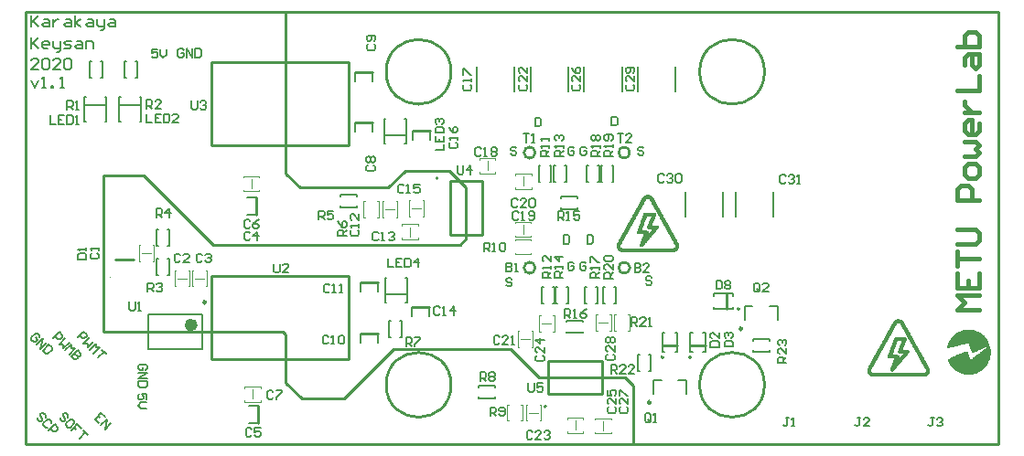
<source format=gto>
G04*
G04 #@! TF.GenerationSoftware,Altium Limited,Altium Designer,18.0.7 (293)*
G04*
G04 Layer_Color=65535*
%FSLAX25Y25*%
%MOIN*%
G70*
G01*
G75*
%ADD10C,0.01000*%
%ADD11C,0.00984*%
%ADD12C,0.02362*%
%ADD13C,0.00787*%
%ADD14C,0.00394*%
%ADD15C,0.00500*%
%ADD16C,0.00315*%
%ADD17C,0.00100*%
%ADD18C,0.00700*%
%ADD19C,0.00591*%
%ADD20C,0.01600*%
D10*
X407883Y89200D02*
G03*
X407883Y89200I-283J0D01*
G01*
X390283Y71600D02*
G03*
X390283Y71600I-283J0D01*
G01*
X380083D02*
G03*
X380083Y71600I-283J0D01*
G01*
X302911Y61500D02*
G03*
X302911Y61500I-11811J0D01*
G01*
X417084Y175673D02*
G03*
X417084Y175673I-11811J0D01*
G01*
X302911D02*
G03*
X302911Y175673I-11811J0D01*
G01*
X417084Y61500D02*
G03*
X417084Y61500I-11811J0D01*
G01*
X368025Y104200D02*
G03*
X368025Y104200I-2025J0D01*
G01*
X333525D02*
G03*
X333525Y104200I-2025J0D01*
G01*
X367993Y146200D02*
G03*
X367993Y146200I-2025J0D01*
G01*
X333525D02*
G03*
X333525Y146200I-2025J0D01*
G01*
X403400Y89342D02*
Y94657D01*
X390142Y75800D02*
X395458D01*
X379942D02*
X385258D01*
X357923Y58324D02*
Y70135D01*
X338238Y58324D02*
X357923D01*
X338238Y70135D02*
X357923D01*
X338238Y58324D02*
Y70135D01*
X180552Y107133D02*
X187146D01*
X215757Y101039D02*
X265364D01*
X215600Y70724D02*
Y101039D01*
X215757Y70724D02*
X265600D01*
Y101039D01*
X269950Y80269D02*
X276250D01*
X268050Y175568D02*
X274350D01*
X288950Y154168D02*
X295250D01*
X231968Y123550D02*
Y129850D01*
X267950Y157069D02*
X274250D01*
X269950Y98968D02*
X276250D01*
X288750Y89969D02*
X295050D01*
X232469Y47450D02*
Y53750D01*
X215757Y179039D02*
X265364D01*
X215600Y148724D02*
Y179039D01*
X215757Y148724D02*
X265600D01*
Y179039D01*
X302524Y116177D02*
X314335D01*
X302524D02*
Y135862D01*
X314335Y116177D02*
Y135862D01*
X302524D02*
X314335D01*
X148000Y40000D02*
X502331D01*
Y197480D01*
X148000Y40000D02*
Y197480D01*
Y197500D02*
X502331D01*
X366200Y64300D02*
X369400Y61100D01*
Y41900D02*
Y61100D01*
Y40100D02*
Y41900D01*
X176400Y80900D02*
Y89100D01*
Y80900D02*
X241700D01*
X242700Y62300D02*
Y79900D01*
X241700Y80900D02*
X242700Y79900D01*
X176400Y89100D02*
Y138000D01*
X334800Y64300D02*
X366200D01*
X324600Y74500D02*
X334800Y64300D01*
X320900Y74500D02*
X324600D01*
X282000D02*
X320900D01*
X263900Y56400D02*
X282000Y74500D01*
X248600Y56400D02*
X263900D01*
X242700Y62300D02*
X248600Y56400D01*
X176400Y138000D02*
X190800D01*
X216200Y112600D01*
X306200D01*
X308400Y114800D01*
Y133500D01*
X302200Y139700D02*
X308400Y133500D01*
X286200Y139700D02*
X302200D01*
X279900Y133400D02*
X286200Y139700D01*
X247800Y133400D02*
X279900D01*
X242700Y138500D02*
X247800Y133400D01*
X242700Y138500D02*
Y197000D01*
D11*
X408912Y81979D02*
G03*
X408912Y81979I-492J0D01*
G01*
X375612Y55058D02*
G03*
X375612Y55058I-492J0D01*
G01*
X213639Y91657D02*
G03*
X213639Y91657I-492J0D01*
G01*
D12*
X209387Y83290D02*
G03*
X209387Y83290I-1181J0D01*
G01*
D13*
X337594Y53606D02*
G03*
X337594Y53606I-394J0D01*
G01*
X298200Y136900D02*
G03*
X298200Y136900I-394J0D01*
G01*
X398557Y89244D02*
X405643D01*
X398557Y94756D02*
X405643D01*
Y89244D02*
Y90031D01*
X398557Y89244D02*
Y90031D01*
X405643Y93968D02*
Y94756D01*
X398557Y93968D02*
Y94756D01*
X409995Y85128D02*
Y90246D01*
X412750D01*
X421805Y85128D02*
Y90246D01*
X419050D02*
X421805D01*
X390044Y73557D02*
Y80643D01*
X395556Y73557D02*
Y80643D01*
X390044Y73557D02*
X390831D01*
X390044Y80643D02*
X390831D01*
X394769Y73557D02*
X395556D01*
X394769Y80643D02*
X395556D01*
X379844Y73557D02*
Y80643D01*
X385356Y73557D02*
Y80643D01*
X379844Y73557D02*
X380631D01*
X379844Y80643D02*
X380631D01*
X384569Y73557D02*
X385356D01*
X384569Y80643D02*
X385356D01*
X376694Y58207D02*
Y63325D01*
X379450D01*
X388506Y58207D02*
Y63325D01*
X385750D02*
X388506D01*
X192457Y87228D02*
X212142D01*
X192457Y74629D02*
X212142D01*
Y87228D01*
X192457Y74629D02*
Y87228D01*
X365150Y168372D02*
Y177428D01*
X351370Y168372D02*
Y177428D01*
X276250Y76922D02*
Y80269D01*
X269950Y76922D02*
Y80269D01*
X384670Y168372D02*
Y177428D01*
X370890Y168372D02*
Y177428D01*
X406510Y122972D02*
Y132028D01*
X420290Y122972D02*
Y132028D01*
X388310Y122972D02*
Y132028D01*
X402090Y122972D02*
Y132028D01*
X326110Y168372D02*
Y177428D01*
X312330Y168372D02*
Y177428D01*
X345630Y168372D02*
Y177428D01*
X331850Y168372D02*
Y177428D01*
X274350Y172222D02*
Y175568D01*
X268050Y172222D02*
Y175568D01*
X295250Y150822D02*
Y154168D01*
X288950Y150822D02*
Y154168D01*
X228622Y123550D02*
X231968D01*
X228622Y129850D02*
X231968D01*
X274250Y153722D02*
Y157069D01*
X267950Y153722D02*
Y157069D01*
X276250Y95622D02*
Y98968D01*
X269950Y95622D02*
Y98968D01*
X295050Y86622D02*
Y89969D01*
X288750Y86622D02*
Y89969D01*
X229122Y47450D02*
X232469D01*
X229122Y53750D02*
X232469D01*
D14*
X178682Y100637D02*
G03*
X178682Y100637I-197J0D01*
G01*
D15*
X413000Y73500D02*
X419000Y73500D01*
Y74100D01*
X413000Y73500D02*
X413000Y74100D01*
X413000Y78100D02*
X419000Y78100D01*
Y77500D02*
Y78100D01*
X413000Y78100D02*
X413000Y77500D01*
X190100Y157700D02*
Y166700D01*
X182100D02*
X182100Y157700D01*
X189600Y166700D02*
X190100Y166700D01*
X189600Y157700D02*
X190100Y157700D01*
X182100Y166700D02*
X182600D01*
X182100Y157700D02*
X182600Y157700D01*
X182100Y163700D02*
X190100D01*
X278500Y149500D02*
Y158500D01*
X286500Y149500D02*
Y158500D01*
X278500Y149500D02*
X279000D01*
X278500Y158500D02*
X279000D01*
X286000Y149500D02*
X286500D01*
X286000Y158500D02*
X286500D01*
X278500Y152500D02*
X286500D01*
X177400Y157700D02*
Y166700D01*
X169400Y157700D02*
Y166700D01*
X176900D02*
X177400D01*
X176900Y157700D02*
X177400D01*
X169400Y166700D02*
X169900D01*
X169400Y157700D02*
X169900D01*
X169400Y163700D02*
X177400D01*
X278800Y91400D02*
Y100400D01*
X286800Y91400D02*
Y100400D01*
X278800Y91400D02*
X279300D01*
X278800Y100400D02*
X279300D01*
X286300Y91400D02*
X286800D01*
X286300Y100400D02*
X286800D01*
X278800Y94400D02*
X286800D01*
X356900Y135600D02*
Y141600D01*
X356300D02*
X356900D01*
X356300Y135600D02*
X356900D01*
X352300D02*
Y141600D01*
X352900D01*
X352300Y135600D02*
X352900D01*
X345000D02*
Y141600D01*
X344400D02*
X345000D01*
X344400Y135600D02*
X345000D01*
X340400D02*
Y141600D01*
X341000D01*
X340400Y135600D02*
X341000D01*
X262700Y126200D02*
X268700D01*
Y126800D01*
X262700Y126200D02*
Y126800D01*
Y130800D02*
X268700D01*
Y130200D02*
Y130800D01*
X262700Y130200D02*
Y130800D01*
X342900Y125700D02*
X348900D01*
Y126300D01*
X342900Y125700D02*
Y126300D01*
Y130300D02*
X348900D01*
Y129700D02*
Y130300D01*
X342900Y129700D02*
Y130300D01*
X339400Y135600D02*
Y141600D01*
X338800D02*
X339400D01*
X338800Y135600D02*
X339400D01*
X334800D02*
Y141600D01*
X335400D01*
X334800Y135600D02*
X335400D01*
X362100D02*
Y141600D01*
X361500D02*
X362100D01*
X361500Y135600D02*
X362100D01*
X357500D02*
Y141600D01*
X358100D01*
X357500Y135600D02*
X358100D01*
X175800Y173600D02*
Y179600D01*
X175200D02*
X175800D01*
X175200Y173600D02*
X175800D01*
X171200D02*
Y179600D01*
X171800D01*
X171200Y173600D02*
X171800D01*
X280400Y79000D02*
Y85000D01*
Y79000D02*
X281000D01*
X280400Y85000D02*
X281000D01*
X285000Y79000D02*
Y85000D01*
X284400Y79000D02*
X285000D01*
X284400Y85000D02*
X285000D01*
X356300Y91200D02*
Y97200D01*
X355700D02*
X356300D01*
X355700Y91200D02*
X356300D01*
X351700D02*
Y97200D01*
X352300D01*
X351700Y91200D02*
X352300D01*
X345700D02*
Y97200D01*
X345100D02*
X345700D01*
X345100Y91200D02*
X345700D01*
X341100D02*
Y97200D01*
X341700D01*
X341100Y91200D02*
X341700D01*
X312900Y56700D02*
X318900D01*
Y57300D01*
X312900Y56700D02*
Y57300D01*
Y61300D02*
X318900D01*
Y60700D02*
Y61300D01*
X312900Y60700D02*
Y61300D01*
X344800Y80400D02*
X350800D01*
Y81000D01*
X344800Y80400D02*
Y81000D01*
Y85000D02*
X350800D01*
Y84400D02*
Y85000D01*
X344800Y84400D02*
Y85000D01*
X362900Y91200D02*
Y97200D01*
X362300D02*
X362900D01*
X362300Y91200D02*
X362900D01*
X358300D02*
Y97200D01*
X358900D01*
X358300Y91200D02*
X358900D01*
X340500D02*
Y97200D01*
X339900D02*
X340500D01*
X339900Y91200D02*
X340500D01*
X335900D02*
Y97200D01*
X336500D01*
X335900Y91200D02*
X336500D01*
X188500Y173600D02*
Y179600D01*
X187900D02*
X188500D01*
X187900Y173600D02*
X188500Y173600D01*
X183900D02*
Y179600D01*
X184500D01*
X183900Y173600D02*
X184500D01*
X200300Y101600D02*
X200300Y107600D01*
X199700D02*
X200300D01*
X199700Y101600D02*
X200300Y101600D01*
X195700Y107600D02*
X195700Y101600D01*
X195700Y107600D02*
X196300D01*
X195700Y101600D02*
X196300Y101600D01*
X195700Y112300D02*
X195700Y118300D01*
X195700Y112300D02*
X196300D01*
X195700Y118300D02*
X196300Y118300D01*
X200300Y118300D02*
X200300Y112300D01*
X199700D02*
X200300D01*
X199700Y118300D02*
X200300Y118300D01*
X375100Y72600D02*
X375700Y72600D01*
X375100Y66600D02*
X375700D01*
X375700Y72600D02*
X375700Y66600D01*
X371100Y72600D02*
X371700Y72600D01*
X371100Y66600D02*
X371700D01*
X371100D02*
X371100Y72600D01*
X499200Y72600D02*
Y74400D01*
X498000Y69200D02*
Y75000D01*
X497800Y69000D02*
Y74800D01*
X497600Y68600D02*
Y74600D01*
X497400Y68400D02*
Y74400D01*
X497200Y68200D02*
Y74400D01*
X497000Y67800D02*
Y74200D01*
X496800Y67800D02*
X496800Y74000D01*
X486000Y67800D02*
Y71800D01*
X485800Y68000D02*
Y71600D01*
X485600Y68200D02*
Y71600D01*
X485400Y68400D02*
Y71400D01*
X485200Y68800D02*
Y71400D01*
X485000Y69000D02*
X485000Y71200D01*
X484800Y69400D02*
Y71200D01*
X484600Y69600D02*
Y71000D01*
X484400Y70200D02*
Y71000D01*
X484200Y70600D02*
Y70800D01*
X498000Y75800D02*
Y78000D01*
X492000Y76000D02*
Y81600D01*
X491800Y76400D02*
Y81600D01*
X491600Y76800D02*
Y81600D01*
X491400Y77000D02*
Y81600D01*
X491200Y77000D02*
Y81600D01*
X491000Y77000D02*
Y81600D01*
X490800D02*
X490800Y77000D01*
X490000Y76800D02*
Y81400D01*
X489800Y76600D02*
Y81400D01*
X489600Y76600D02*
Y81400D01*
X489400Y76600D02*
X489400Y81200D01*
X489200Y76600D02*
Y81200D01*
X489000Y81200D02*
X489000Y76400D01*
X488800D02*
Y81200D01*
X488600Y76400D02*
Y81000D01*
X488400Y76400D02*
Y81000D01*
X488200Y76200D02*
Y80800D01*
X488000Y76200D02*
Y80800D01*
X487800Y76200D02*
Y80600D01*
X487600Y76200D02*
Y80600D01*
X487400Y76000D02*
Y80400D01*
X487200Y76000D02*
Y80200D01*
X487000Y76000D02*
Y80200D01*
X486800Y75800D02*
Y80000D01*
X486600Y75800D02*
Y79800D01*
X486400Y75800D02*
Y79600D01*
X486200Y75800D02*
Y79400D01*
X498400Y70000D02*
Y75200D01*
X498200Y75000D02*
X498200Y69600D01*
X498600Y76000D02*
Y76600D01*
X498400Y75800D02*
Y77200D01*
X498200Y75800D02*
Y77600D01*
X490600Y76800D02*
Y81600D01*
X490400Y76800D02*
Y81400D01*
X490200Y76800D02*
Y81400D01*
X499000Y75400D02*
X499000Y71600D01*
X498800Y71000D02*
Y75600D01*
X497800D02*
Y78200D01*
X497600Y75600D02*
Y78600D01*
X497400Y75400D02*
Y78800D01*
X497200Y75400D02*
Y79000D01*
X497000Y75200D02*
Y79200D01*
X496600Y67600D02*
Y73800D01*
X496400Y67400D02*
Y73600D01*
X496200Y67200D02*
Y73600D01*
X496000Y67000D02*
X496000Y73400D01*
X495800Y66800D02*
Y73200D01*
X495600Y66800D02*
Y73000D01*
X495400Y66600D02*
Y73000D01*
X495200Y72800D02*
X495200Y66600D01*
X495000Y72600D02*
X495000Y66400D01*
X494800D02*
Y72400D01*
X494600Y66200D02*
Y72400D01*
X494400Y66200D02*
Y72200D01*
X494200Y66000D02*
X494200Y72000D01*
X494000Y66000D02*
Y71800D01*
X493800Y65800D02*
Y71600D01*
X493600Y65800D02*
Y71600D01*
X493400Y65800D02*
Y71400D01*
X493200Y65800D02*
Y71200D01*
X493000Y65600D02*
Y71000D01*
X492800Y65600D02*
Y71000D01*
X492600Y65600D02*
Y70800D01*
X492400Y65600D02*
Y70600D01*
X492200Y65600D02*
Y70400D01*
X492000Y65600D02*
Y70600D01*
X491800Y65600D02*
Y71000D01*
X491600Y65600D02*
Y71600D01*
X491400Y65600D02*
Y72000D01*
X491200Y65600D02*
Y72600D01*
X491000Y65600D02*
Y73000D01*
X490800Y65600D02*
Y73600D01*
X490000Y65600D02*
Y73400D01*
X489800Y65800D02*
Y73200D01*
X489600Y65800D02*
Y73200D01*
X489400Y65800D02*
Y73200D01*
X489200Y65800D02*
Y73000D01*
X489000Y66000D02*
Y73000D01*
X488800Y66000D02*
Y72800D01*
X488600Y66200D02*
Y72800D01*
X488400Y66200D02*
Y72800D01*
X488200Y66200D02*
Y72600D01*
X488000Y66400D02*
Y72600D01*
X487800Y66400D02*
Y72400D01*
X487600Y66600D02*
Y72400D01*
X487400Y66800D02*
Y72400D01*
X487200Y66800D02*
Y72200D01*
X487000Y67000D02*
Y72200D01*
X486800Y67200D02*
X486800Y72000D01*
X486600Y67200D02*
Y72000D01*
X486400Y67400D02*
Y72000D01*
X486200Y67600D02*
Y71800D01*
X486000Y75600D02*
Y79200D01*
X485800Y75600D02*
Y79000D01*
X485600Y75600D02*
Y78800D01*
X485400Y75600D02*
Y78600D01*
X485200Y75400D02*
Y78400D01*
X485000Y78000D02*
X485000Y75400D01*
X484800Y75400D02*
Y77800D01*
X484600Y75400D02*
X484600Y77400D01*
X484400Y75200D02*
Y77000D01*
X484200Y75200D02*
Y76400D01*
X484000Y75200D02*
Y75800D01*
X498600Y70400D02*
X498600Y75400D01*
X490600Y65600D02*
Y73600D01*
X490400Y65600D02*
Y73600D01*
X490200Y65600D02*
Y73400D01*
X496800Y75200D02*
Y79400D01*
X496600Y75200D02*
Y79600D01*
X496400Y79800D02*
X496400Y75000D01*
X496200D02*
Y80000D01*
X496000Y80200D02*
X496000Y74800D01*
X495800Y74800D02*
Y80200D01*
X495600Y74600D02*
Y80400D01*
X495400Y74600D02*
Y80400D01*
X495200Y74400D02*
Y80600D01*
X495000Y74400D02*
Y80800D01*
X494800Y74400D02*
Y80800D01*
X494600Y74200D02*
Y81000D01*
X494400Y74200D02*
Y81000D01*
X494200Y74000D02*
Y81000D01*
X494000Y74000D02*
Y81200D01*
X493800Y73800D02*
Y81200D01*
X493600Y73800D02*
Y81200D01*
X493400Y73800D02*
Y81400D01*
X493200Y73600D02*
Y81400D01*
X493000Y73600D02*
Y81400D01*
X492800Y73600D02*
Y81400D01*
X492600Y74200D02*
Y81600D01*
X492400Y74800D02*
Y81600D01*
X492200Y75400D02*
Y81600D01*
D16*
X362344Y81295D02*
Y87200D01*
Y81295D02*
X362856Y81295D01*
X362344Y87200D02*
X362856D01*
X367344Y81295D02*
X367856D01*
X367344Y87200D02*
X367856Y87200D01*
Y81295D02*
Y87200D01*
X313200Y144056D02*
X319106D01*
X313200D02*
X313200Y143544D01*
X319106D02*
Y144056D01*
X313200Y138544D02*
Y139056D01*
X319106D02*
X319106Y138544D01*
X313200D02*
X319106D01*
X316153Y143072D02*
X316153Y139725D01*
X227194Y137656D02*
X233100D01*
X227194D02*
X227194Y137144D01*
X233100D02*
Y137656D01*
X227194Y132144D02*
Y132656D01*
X233100D02*
X233100Y132144D01*
X227194D02*
X233100D01*
X230147Y136672D02*
X230148Y133325D01*
X326400Y138456D02*
X332306D01*
X326400D02*
X326400Y137944D01*
X332306D02*
Y138456D01*
X326400Y132944D02*
Y133456D01*
X332306D02*
X332306Y132944D01*
X326400D02*
X332306D01*
X329353Y137472D02*
X329353Y134125D01*
X293056Y122800D02*
Y128706D01*
X292544Y128706D02*
X293056Y128706D01*
X292544Y122800D02*
X293056D01*
X287544Y128706D02*
X288056D01*
X287544Y122800D02*
X288056Y122800D01*
X287544Y122800D02*
Y128706D01*
X288725Y125752D02*
X292072Y125753D01*
X283356Y122695D02*
Y128600D01*
X282844Y128600D02*
X283356Y128600D01*
X282844Y122695D02*
X283356D01*
X277844Y128600D02*
X278356D01*
X277844Y122695D02*
X278356Y122695D01*
X277844Y122695D02*
Y128600D01*
X279025Y125647D02*
X282372Y125647D01*
X326195Y120956D02*
X332100D01*
X326195D02*
X326195Y120444D01*
X332100D02*
Y120956D01*
X326195Y115444D02*
Y115956D01*
X332100D02*
X332100Y115444D01*
X326195D02*
X332100D01*
X329147Y119972D02*
X329148Y116625D01*
X284995Y114544D02*
X290900D01*
X290900Y115056D02*
X290900Y114544D01*
X284995D02*
Y115056D01*
X290900Y119544D02*
Y120056D01*
X284995D02*
X284995Y119544D01*
X284995Y120056D02*
X290900D01*
X287947Y118875D02*
X287947Y115528D01*
X327144Y75295D02*
Y81200D01*
Y75295D02*
X327656Y75295D01*
X327144Y81200D02*
X327656D01*
X332144Y75295D02*
X332656D01*
X332144Y81200D02*
X332656Y81200D01*
Y75295D02*
Y81200D01*
X328128Y78247D02*
X331475Y78247D01*
X227594Y60756D02*
X233500D01*
X227594D02*
X227594Y60244D01*
X233500D02*
Y60756D01*
X227594Y55244D02*
Y55756D01*
X233500D02*
X233500Y55244D01*
X227594D02*
X233500D01*
X230547Y59772D02*
X230547Y56425D01*
X335044Y80800D02*
Y86705D01*
Y80800D02*
X335556Y80800D01*
X335044Y86705D02*
X335556D01*
X340044Y80800D02*
X340556D01*
X340044Y86705D02*
X340556Y86705D01*
Y80800D02*
Y86705D01*
X336028Y83753D02*
X339375Y83753D01*
X345200Y49456D02*
X351105D01*
X345200D02*
X345200Y48944D01*
X351105D02*
Y49456D01*
X345200Y43944D02*
Y44456D01*
X351105D02*
X351105Y43944D01*
X345200D02*
X351105D01*
X348153Y48472D02*
X348153Y45125D01*
X335656Y48400D02*
Y54305D01*
X335144Y54305D02*
X335656Y54305D01*
X335144Y48400D02*
X335656D01*
X330144Y54305D02*
X330656D01*
X330144Y48400D02*
X330656Y48400D01*
X330144Y48400D02*
Y54305D01*
X331325Y51353D02*
X334672Y51353D01*
X355644Y81195D02*
Y87100D01*
Y81195D02*
X356156Y81195D01*
X355644Y87100D02*
X356156D01*
X360644Y81195D02*
X361156D01*
X360644Y87100D02*
X361156Y87100D01*
Y81195D02*
Y87100D01*
X356628Y84147D02*
X359975Y84148D01*
X355400Y43844D02*
X361305D01*
X361305Y44356D02*
X361305Y43844D01*
X355400D02*
Y44356D01*
X361305Y48844D02*
Y49356D01*
X355400D02*
X355400Y48844D01*
X355400Y49356D02*
X361305D01*
X358352Y48175D02*
X358353Y44828D01*
X276556Y122594D02*
Y128500D01*
X276044Y128500D02*
X276556Y128500D01*
X276044Y122594D02*
X276556D01*
X271044Y128500D02*
X271556D01*
X271044Y122594D02*
X271556Y122594D01*
X271044Y122594D02*
Y128500D01*
X326195Y114556D02*
X332100D01*
X326195D02*
X326195Y114044D01*
X332100D02*
Y114556D01*
X326195Y109044D02*
Y109556D01*
X332100D02*
X332100Y109044D01*
X326195D02*
X332100D01*
X328856Y48400D02*
Y54305D01*
X328344Y54305D02*
X328856Y54305D01*
X328344Y48400D02*
X328856D01*
X323344Y54305D02*
X323856D01*
X323344Y48400D02*
X323856Y48400D01*
X323344Y48400D02*
Y54305D01*
X202244Y97400D02*
Y103305D01*
Y97400D02*
X202756Y97400D01*
X202244Y103305D02*
X202756Y103305D01*
X207244Y97400D02*
X207756Y97400D01*
X207244Y103305D02*
X207756Y103305D01*
Y97400D02*
Y103305D01*
X203228Y100353D02*
X206575Y100353D01*
X208544Y97400D02*
Y103305D01*
Y97400D02*
X209056Y97400D01*
X208544Y103305D02*
X209056Y103305D01*
X213544Y97400D02*
X214056Y97400D01*
X213544Y103305D02*
X214056Y103305D01*
Y97400D02*
Y103305D01*
X209528Y100353D02*
X212875Y100353D01*
X189244Y106494D02*
Y112400D01*
Y106494D02*
X189756Y106494D01*
X189244Y112400D02*
X189756Y112400D01*
X194244Y106494D02*
X194756Y106494D01*
X194244Y112400D02*
X194756Y112400D01*
Y106494D02*
Y112400D01*
X190228Y109447D02*
X193575Y109448D01*
D17*
X363500Y111300D02*
X365000D01*
X363500Y113200D02*
X364700D01*
X363500Y113300D02*
X364800D01*
X363600Y113400D02*
X364800D01*
X363600Y113500D02*
X364900D01*
X363700Y113600D02*
X364900D01*
X363700Y113700D02*
X365000D01*
X363800Y113800D02*
X365000D01*
X363800Y113900D02*
X365100D01*
X363900Y114000D02*
X365100D01*
X363900Y114100D02*
X365200D01*
X364000Y114200D02*
X365300D01*
X364100Y114300D02*
X365300D01*
X364100Y114400D02*
X365400D01*
X364200Y114500D02*
X365400D01*
X364200Y114600D02*
X365500D01*
X364300Y114700D02*
X365500D01*
X364300Y114800D02*
X365600D01*
X364400Y114900D02*
X365600D01*
X364400Y115000D02*
X365700D01*
X364500Y115100D02*
X365800D01*
X364600Y115200D02*
X365800D01*
X364600Y115300D02*
X365900D01*
X364700Y115400D02*
X365900D01*
X364700Y115500D02*
X366000D01*
X364800Y115600D02*
X366000D01*
X364800Y115700D02*
X366100D01*
X364900Y115800D02*
X366100D01*
X364900Y115900D02*
X366200D01*
X365000Y116100D02*
X366300D01*
X365100Y116200D02*
X366400D01*
X365200Y116300D02*
X366400D01*
X365200Y116400D02*
X366500D01*
X365300Y116500D02*
X366500D01*
X365300Y116600D02*
X366600D01*
X365400Y116700D02*
X366600D01*
X365400Y116800D02*
X366700D01*
X365500Y116900D02*
X366700D01*
X365500Y117000D02*
X366800D01*
X365600Y117100D02*
X366900D01*
X365700Y117200D02*
X366900D01*
X365700Y117300D02*
X367000D01*
X365800Y117400D02*
X367000D01*
X365800Y117500D02*
X367100D01*
X365900Y117600D02*
X367100D01*
X365900Y117700D02*
X367200D01*
X366000Y117800D02*
X367200D01*
X366000Y117900D02*
X367300D01*
X366100Y118000D02*
X367400D01*
X366200Y118100D02*
X367400D01*
X366200Y118200D02*
X367500D01*
X366300Y118300D02*
X367500D01*
X366300Y118400D02*
X367600D01*
X366400Y118500D02*
X367600D01*
X366400Y118600D02*
X367700D01*
X366500Y118700D02*
X367700D01*
X366500Y118800D02*
X367800D01*
X366600Y118900D02*
X367900D01*
X366700Y119000D02*
X367900D01*
X366700Y119100D02*
X368000D01*
X366800Y119200D02*
X368000D01*
X366800Y119300D02*
X368100D01*
X366900Y119400D02*
X368100D01*
X366900Y119500D02*
X368200D01*
X367000Y119600D02*
X368200D01*
X367000Y119700D02*
X368300D01*
X367100Y119800D02*
X368400D01*
X367200Y119900D02*
X368400D01*
X367200Y120000D02*
X368500D01*
X367300Y120100D02*
X368500D01*
X367300Y120200D02*
X368600D01*
X367400Y120300D02*
X368600D01*
X367400Y120400D02*
X368700D01*
X367500Y120500D02*
X368800D01*
X367500Y120600D02*
X368800D01*
X367600Y120700D02*
X368900D01*
X367700Y120800D02*
X368900D01*
X367700Y120900D02*
X369000D01*
X367800Y121000D02*
X369000D01*
X367800Y121100D02*
X369100D01*
X367900Y121200D02*
X369200D01*
X367900Y121300D02*
X369200D01*
X368000Y121400D02*
X369300D01*
X368100Y121500D02*
X369300D01*
X368100Y121600D02*
X369400D01*
X368200Y121700D02*
X369400D01*
X368200Y121800D02*
X369500D01*
X368300Y121900D02*
X369500D01*
X368300Y122000D02*
X369600D01*
X368400Y122100D02*
X369700D01*
X368500Y122200D02*
X369700D01*
X368500Y122300D02*
X369800D01*
X368600Y122400D02*
X369800D01*
X368600Y122500D02*
X369900D01*
X368700Y122600D02*
X369900D01*
X368700Y122700D02*
X370000D01*
X368800Y122800D02*
X370000D01*
X368800Y122900D02*
X370100D01*
X368900Y123000D02*
X370100D01*
X369000Y123100D02*
X370200D01*
X369000Y123200D02*
X370300D01*
X369100Y123300D02*
X370300D01*
X369100Y123400D02*
X370400D01*
X369200Y123500D02*
X370400D01*
X369200Y123600D02*
X370500D01*
X369300Y123700D02*
X370500D01*
X369300Y123800D02*
X370600D01*
X369400Y123900D02*
X370600D01*
X369500Y124100D02*
X370800D01*
X369600Y124200D02*
X370800D01*
X369600Y124300D02*
X370900D01*
X369700Y124400D02*
X370900D01*
X369700Y124500D02*
X371000D01*
X369800Y124600D02*
X371000D01*
X369800Y124700D02*
X371100D01*
X369900Y124800D02*
X371100D01*
X369900Y124900D02*
X371200D01*
X370000Y125000D02*
X371300D01*
X370100Y125100D02*
X371300D01*
X371900Y112100D02*
X372300D01*
X371800Y112200D02*
X372500D01*
X371700Y112300D02*
X372600D01*
X371600Y112400D02*
X372700D01*
X371600Y112500D02*
X372800D01*
X371600Y112600D02*
X372800D01*
X371600Y112700D02*
X372900D01*
X371600Y112800D02*
X373000D01*
X371700Y112900D02*
X373100D01*
X371700Y113000D02*
X373200D01*
X371800Y113100D02*
X373300D01*
X371800Y113200D02*
X373400D01*
X371800Y113300D02*
X373400D01*
X371900Y113400D02*
X373500D01*
X371900Y113500D02*
X373600D01*
X372000Y113600D02*
X373700D01*
X372000Y113700D02*
X373800D01*
X372000Y113800D02*
X373900D01*
X372100Y113900D02*
X373900D01*
X372100Y114000D02*
X374000D01*
X372200Y114100D02*
X374100D01*
X372200Y114200D02*
X374200D01*
X372200Y114300D02*
X374300D01*
X372300Y114400D02*
X374400D01*
X372300Y114500D02*
X374500D01*
X372400Y114600D02*
X374500D01*
X372400Y114700D02*
X374600D01*
X372400Y114800D02*
X374700D01*
X372500Y114900D02*
X374800D01*
X372500Y115000D02*
X374900D01*
X372600Y115100D02*
X375000D01*
X372600Y115200D02*
X375100D01*
X372600Y115300D02*
X375100D01*
X372700Y115400D02*
X375200D01*
X372700Y115500D02*
X375300D01*
X374000Y115600D02*
X375400D01*
X372800D02*
X373900D01*
X374100Y115700D02*
X375500D01*
X372800D02*
X374000D01*
X374200Y115800D02*
X375600D01*
X372800D02*
X374000D01*
X374300Y115900D02*
X375600D01*
X372900D02*
X374100D01*
X374400Y116100D02*
X375800D01*
X373000D02*
X374100D01*
X374500Y116200D02*
X375900D01*
X373000D02*
X374200D01*
X374600Y116300D02*
X376000D01*
X373000D02*
X374200D01*
X374700Y116400D02*
X376100D01*
X373100D02*
X374300D01*
X374800Y116500D02*
X376200D01*
X373100D02*
X374300D01*
X374900Y116600D02*
X376200D01*
X373200D02*
X374300D01*
X374900Y116700D02*
X376300D01*
X373200D02*
X374400D01*
X375000Y116800D02*
X376400D01*
X375100Y116900D02*
X376500D01*
X375200Y117000D02*
X376600D01*
X375300Y117100D02*
X376700D01*
X375400Y117200D02*
X376800D01*
X375400Y117300D02*
X376800D01*
X375500Y117400D02*
X376900D01*
X375600Y117500D02*
X377000D01*
X375700Y117600D02*
X377100D01*
X375800Y117700D02*
X377200D01*
X375900Y117800D02*
X377300D01*
X376000Y117900D02*
X377400D01*
X376000Y118000D02*
X377400D01*
X376100Y118100D02*
X377500D01*
X376200Y118200D02*
X377600D01*
X376300Y118300D02*
X377700D01*
X376400Y118400D02*
X377800D01*
X376500Y118500D02*
X377900D01*
X374800Y118600D02*
X378000D01*
X374600Y118700D02*
X378000D01*
X374500Y118800D02*
X378100D01*
X374400Y118900D02*
X378200D01*
X374300Y119000D02*
X378200D01*
X374300Y119100D02*
X378200D01*
X374400Y119200D02*
X378200D01*
X374400Y119300D02*
X378200D01*
X374400Y119400D02*
X378200D01*
X374500Y119500D02*
X378100D01*
X374500Y119600D02*
X378000D01*
X371500D02*
X372600D01*
X374500Y119700D02*
X375700D01*
X371500D02*
X372700D01*
X374600Y119800D02*
X375800D01*
X371500D02*
X372700D01*
X374600Y119900D02*
X375800D01*
X371600D02*
X372700D01*
X374700Y120000D02*
X375800D01*
X371600D02*
X372800D01*
X374700Y120100D02*
X375900D01*
X371600D02*
X372800D01*
X374700Y120200D02*
X375900D01*
X371700D02*
X372800D01*
X374800Y120300D02*
X376000D01*
X371700D02*
X372900D01*
X374800Y120400D02*
X376000D01*
X371800D02*
X372900D01*
X374900Y120500D02*
X376000D01*
X371800D02*
X373000D01*
X374900Y120600D02*
X376100D01*
X371800D02*
X373000D01*
X374900Y120700D02*
X376100D01*
X371900D02*
X373000D01*
X375000Y120800D02*
X376200D01*
X371900D02*
X373100D01*
X375000Y120900D02*
X376200D01*
X371900D02*
X373100D01*
X375100Y121000D02*
X376200D01*
X372000D02*
X373100D01*
X375100Y121100D02*
X376300D01*
X372000D02*
X373200D01*
X375100Y121200D02*
X376300D01*
X372100D02*
X373200D01*
X375200Y121300D02*
X376400D01*
X372100D02*
X373300D01*
X375200Y121400D02*
X376400D01*
X372100D02*
X373300D01*
X375300Y121500D02*
X376500D01*
X372200D02*
X373300D01*
X375300Y121600D02*
X376500D01*
X372200D02*
X373400D01*
X375300Y121700D02*
X376500D01*
X372200D02*
X373400D01*
X375400Y121800D02*
X376600D01*
X372300D02*
X373400D01*
X375400Y121900D02*
X376600D01*
X372300D02*
X373500D01*
X375500Y122000D02*
X376700D01*
X372300D02*
X373500D01*
X375500Y122100D02*
X376700D01*
X372400D02*
X373500D01*
X375500Y122200D02*
X376700D01*
X372400D02*
X373600D01*
X375600Y122300D02*
X376800D01*
X372400D02*
X373600D01*
X375600Y122400D02*
X376800D01*
X372500D02*
X373600D01*
X375700Y122500D02*
X376900D01*
X372500D02*
X373700D01*
X375700Y122600D02*
X376900D01*
X372600D02*
X373700D01*
X375700Y122700D02*
X376900D01*
X372600D02*
X373800D01*
X375800Y122800D02*
X377000D01*
X372600D02*
X373800D01*
X375800Y122900D02*
X377000D01*
X372700D02*
X373800D01*
X375900Y123000D02*
X377100D01*
X372700D02*
X373900D01*
X375900Y123100D02*
X377100D01*
X372700D02*
X373900D01*
X372800Y123200D02*
X377100D01*
X372800Y123300D02*
X377200D01*
X372800Y123400D02*
X377200D01*
X372900Y123500D02*
X377300D01*
X372900Y123600D02*
X377300D01*
X372900Y123700D02*
X377300D01*
X373000Y123800D02*
X377300D01*
X373000Y123900D02*
X377300D01*
X373100Y124100D02*
X377200D01*
X378100Y124200D02*
X379300D01*
X373300D02*
X377000D01*
X378000Y124300D02*
X379300D01*
X378000Y124400D02*
X379200D01*
X377900Y124500D02*
X379200D01*
X377900Y124600D02*
X379100D01*
X377800Y124700D02*
X379100D01*
X377800Y124800D02*
X379000D01*
X377700Y124900D02*
X379000D01*
X377600Y125000D02*
X378900D01*
X377600Y125100D02*
X378800D01*
X377500Y125200D02*
X378800D01*
X377500Y125300D02*
X378700D01*
X377400Y125400D02*
X378700D01*
X377400Y125500D02*
X378600D01*
X377300Y125600D02*
X378600D01*
X377300Y125700D02*
X378500D01*
X377200Y125800D02*
X378500D01*
X377100Y125900D02*
X378400D01*
X377100Y126000D02*
X378300D01*
X377000Y126100D02*
X378300D01*
X377000Y126200D02*
X378200D01*
X376900Y126300D02*
X378200D01*
X376900Y126400D02*
X378100D01*
X376800Y126500D02*
X378100D01*
X376800Y126600D02*
X378000D01*
X376700Y126700D02*
X378000D01*
X376600Y126800D02*
X377900D01*
X376600Y126900D02*
X377800D01*
X376500Y127000D02*
X377800D01*
X376500Y127100D02*
X377700D01*
X376400Y127200D02*
X377700D01*
X376400Y127300D02*
X377600D01*
X376300Y127400D02*
X377600D01*
X376300Y127500D02*
X377500D01*
X376200Y127600D02*
X377500D01*
X376100Y127700D02*
X377400D01*
X371500D02*
X372800D01*
X376100Y127800D02*
X377300D01*
X371600D02*
X372800D01*
X376000Y127900D02*
X377300D01*
X371600D02*
X372900D01*
X376000Y128000D02*
X377200D01*
X371700D02*
X372900D01*
X375900Y128100D02*
X377200D01*
X371700D02*
X373000D01*
X375900Y128200D02*
X377100D01*
X371800D02*
X373000D01*
X375800Y128300D02*
X377100D01*
X371800D02*
X373100D01*
X375800Y128400D02*
X377000D01*
X371900D02*
X373100D01*
X375700Y128500D02*
X377000D01*
X371900D02*
X373200D01*
X375700Y128600D02*
X376900D01*
X372000D02*
X373200D01*
X375600Y128700D02*
X376900D01*
X372000D02*
X373300D01*
X375500Y128800D02*
X376800D01*
X372100D02*
X373400D01*
X375500Y128900D02*
X376700D01*
X372200D02*
X373400D01*
X375400Y129000D02*
X376700D01*
X372200D02*
X373500D01*
X375400Y129100D02*
X376600D01*
X372300D02*
X373500D01*
X375300Y129200D02*
X376600D01*
X372300D02*
X373600D01*
X375300Y129300D02*
X376500D01*
X372400D02*
X373600D01*
X375200Y129400D02*
X376500D01*
X372400D02*
X373700D01*
X375100Y129500D02*
X376400D01*
X372500D02*
X373800D01*
X375000Y129600D02*
X376400D01*
X372500D02*
X373900D01*
X374700Y129700D02*
X376300D01*
X372600D02*
X374200D01*
X372700Y129800D02*
X376200D01*
X372700Y129900D02*
X376200D01*
X372800Y130000D02*
X376100D01*
X372900Y130100D02*
X376000D01*
X373000Y130200D02*
X375900D01*
X373100Y130300D02*
X375800D01*
X373200Y130400D02*
X375700D01*
X373300Y130500D02*
X375600D01*
X373500Y130600D02*
X375400D01*
X373700Y130700D02*
X375200D01*
X374100Y130800D02*
X374800D01*
X383900Y111300D02*
X385400D01*
X384100Y111400D02*
X385500D01*
X384300Y111500D02*
X385600D01*
X384400Y111600D02*
X385600D01*
X384500Y111700D02*
X385600D01*
X384500Y111800D02*
X385600D01*
X384600Y111900D02*
X385600D01*
X384600Y112000D02*
X385600D01*
X384600Y112100D02*
X385600D01*
X384600Y112200D02*
X385600D01*
X384600Y112300D02*
X385600D01*
X384600Y112400D02*
X385600D01*
X384600Y112500D02*
X385600D01*
X384500Y112600D02*
X385600D01*
X384500Y112700D02*
X385600D01*
X384400Y112800D02*
X385600D01*
X384400Y112900D02*
X385600D01*
X384300Y113000D02*
X385500D01*
X384200Y113100D02*
X385500D01*
X384200Y113200D02*
X385400D01*
X384100Y113300D02*
X385400D01*
X384100Y113400D02*
X385300D01*
X384000Y113500D02*
X385300D01*
X384000Y113600D02*
X385200D01*
X383900Y113700D02*
X385200D01*
X383900Y113800D02*
X385100D01*
X383800Y113900D02*
X385100D01*
X383800Y114000D02*
X385000D01*
X383700Y114100D02*
X385000D01*
X383600Y114200D02*
X384900D01*
X383600Y114300D02*
X384800D01*
X383500Y114400D02*
X384800D01*
X383500Y114500D02*
X384700D01*
X383400Y114600D02*
X384700D01*
X383400Y114700D02*
X384600D01*
X383300Y114800D02*
X384600D01*
X383300Y114900D02*
X384500D01*
X383200Y115000D02*
X384500D01*
X383100Y115100D02*
X384400D01*
X383100Y115200D02*
X384300D01*
X383000Y115300D02*
X384300D01*
X383000Y115400D02*
X384200D01*
X382900Y115500D02*
X384200D01*
X382900Y115600D02*
X384100D01*
X382800Y115700D02*
X384100D01*
X382800Y115800D02*
X384000D01*
X382700Y115900D02*
X384000D01*
X382600Y116100D02*
X383900D01*
X382500Y116200D02*
X383800D01*
X382500Y116300D02*
X383700D01*
X382400Y116400D02*
X383700D01*
X382400Y116500D02*
X383600D01*
X382300Y116600D02*
X383600D01*
X382300Y116700D02*
X383500D01*
X382200Y116800D02*
X383500D01*
X382200Y116900D02*
X383400D01*
X382100Y117000D02*
X383400D01*
X382000Y117100D02*
X383300D01*
X382000Y117200D02*
X383200D01*
X381900Y117300D02*
X383200D01*
X381900Y117400D02*
X383100D01*
X381800Y117500D02*
X383100D01*
X381800Y117600D02*
X383000D01*
X381700Y117700D02*
X383000D01*
X381700Y117800D02*
X382900D01*
X381600Y117900D02*
X382900D01*
X381500Y118000D02*
X382800D01*
X381500Y118100D02*
X382700D01*
X381400Y118200D02*
X382700D01*
X381400Y118300D02*
X382600D01*
X381300Y118400D02*
X382600D01*
X381300Y118500D02*
X382500D01*
X381200Y118600D02*
X382500D01*
X381200Y118700D02*
X382400D01*
X381100Y118800D02*
X382400D01*
X381000Y118900D02*
X382300D01*
X381000Y119000D02*
X382200D01*
X380900Y119100D02*
X382200D01*
X380900Y119200D02*
X382100D01*
X380800Y119300D02*
X382100D01*
X380800Y119400D02*
X382000D01*
X380700Y119500D02*
X382000D01*
X380700Y119600D02*
X381900D01*
X380600Y119700D02*
X381900D01*
X380500Y119800D02*
X381800D01*
X380500Y119900D02*
X381700D01*
X380400Y120000D02*
X381700D01*
X380400Y120100D02*
X381600D01*
X380300Y120200D02*
X381600D01*
X380300Y120300D02*
X381500D01*
X380200Y120400D02*
X381500D01*
X380100Y120500D02*
X381400D01*
X380100Y120600D02*
X381400D01*
X380000Y120700D02*
X381300D01*
X380000Y120800D02*
X381200D01*
X379900Y120900D02*
X381200D01*
X379900Y121000D02*
X381100D01*
X379800Y121100D02*
X381100D01*
X379700Y121200D02*
X381000D01*
X379700Y121300D02*
X381000D01*
X379600Y121400D02*
X380900D01*
X379600Y121500D02*
X380800D01*
X379500Y121600D02*
X380800D01*
X379500Y121700D02*
X380700D01*
X365000Y116000D02*
X366200D01*
X369400Y124000D02*
X370700D01*
X374300Y116000D02*
X375700D01*
X372900D02*
X374100D01*
X373100Y124000D02*
X377200D01*
X382700Y116000D02*
X383900D01*
X364900Y110200D02*
X384000D01*
X364600Y110300D02*
X384300D01*
X364300Y110400D02*
X384600D01*
X364200Y110500D02*
X384700D01*
X364000Y110600D02*
X384900D01*
X363900Y110700D02*
X385000D01*
X363800Y110800D02*
X385100D01*
X363700Y110900D02*
X385200D01*
X363600Y111000D02*
X385300D01*
X363600Y111100D02*
X385300D01*
X363500Y111200D02*
X385400D01*
X363400Y111400D02*
X364800D01*
X363300Y111500D02*
X364600D01*
X363300Y111600D02*
X364500D01*
X363300Y111700D02*
X364400D01*
X363300Y111800D02*
X364400D01*
X363300Y111900D02*
X364300D01*
X363300Y112000D02*
X364300D01*
X363300Y112100D02*
X364300D01*
X363300Y112200D02*
X364300D01*
X363300Y112300D02*
X364300D01*
X363300Y112400D02*
X364300D01*
X363300Y112500D02*
X364300D01*
X363300Y112600D02*
X364400D01*
X363300Y112700D02*
X364400D01*
X363300Y112800D02*
X364500D01*
X363300Y112900D02*
X364500D01*
X363400Y113000D02*
X364600D01*
X363400Y113100D02*
X364600D01*
X370900Y116800D02*
X374400D01*
X370800Y116900D02*
X374500D01*
X370700Y117000D02*
X374500D01*
X370700Y117100D02*
X374500D01*
X370700Y117200D02*
X374600D01*
X370700Y117300D02*
X374600D01*
X370700Y117400D02*
X374500D01*
X370700Y117500D02*
X374500D01*
X370700Y117600D02*
X374400D01*
X370800Y117700D02*
X374300D01*
X370800Y117800D02*
X374100D01*
X370900Y117900D02*
X372000D01*
X370900Y118000D02*
X372100D01*
X370900Y118100D02*
X372100D01*
X371000Y118200D02*
X372100D01*
X371000Y118300D02*
X372200D01*
X371000Y118400D02*
X372200D01*
X371100Y118500D02*
X372200D01*
X371100Y118600D02*
X372300D01*
X371100Y118700D02*
X372300D01*
X371200Y118800D02*
X372300D01*
X371200Y118900D02*
X372400D01*
X371200Y119000D02*
X372400D01*
X371300Y119100D02*
X372500D01*
X371300Y119200D02*
X372500D01*
X371400Y119300D02*
X372500D01*
X371400Y119400D02*
X372600D01*
X371400Y119500D02*
X372600D01*
X379400Y121800D02*
X380700D01*
X379400Y121900D02*
X380600D01*
X379300Y122000D02*
X380600D01*
X379200Y122100D02*
X380500D01*
X379200Y122200D02*
X380400D01*
X379100Y122300D02*
X380400D01*
X379100Y122400D02*
X380300D01*
X379000Y122500D02*
X380300D01*
X379000Y122600D02*
X380200D01*
X378900Y122700D02*
X380200D01*
X378900Y122800D02*
X380100D01*
X378800Y122900D02*
X380100D01*
X378800Y123000D02*
X380000D01*
X378700Y123100D02*
X379900D01*
X378600Y123200D02*
X379900D01*
X378600Y123300D02*
X379800D01*
X378500Y123400D02*
X379800D01*
X378500Y123500D02*
X379700D01*
X378400Y123600D02*
X379700D01*
X378400Y123700D02*
X379600D01*
X378300Y123800D02*
X379600D01*
X378300Y123900D02*
X379500D01*
X378100Y124100D02*
X379400D01*
X370100Y125200D02*
X371400D01*
X370200Y125300D02*
X371400D01*
X370200Y125400D02*
X371500D01*
X370300Y125500D02*
X371500D01*
X370300Y125600D02*
X371600D01*
X370400Y125700D02*
X371600D01*
X370400Y125800D02*
X371700D01*
X370500Y125900D02*
X371800D01*
X370600Y126000D02*
X371800D01*
X370600Y126100D02*
X371900D01*
X370700Y126200D02*
X371900D01*
X370700Y126300D02*
X372000D01*
X370800Y126400D02*
X372000D01*
X370800Y126500D02*
X372100D01*
X370900Y126600D02*
X372100D01*
X370900Y126700D02*
X372200D01*
X371000Y126800D02*
X372300D01*
X371100Y126900D02*
X372300D01*
X371100Y127000D02*
X372400D01*
X371200Y127100D02*
X372400D01*
X371200Y127200D02*
X372500D01*
X371300Y127300D02*
X372500D01*
X371300Y127400D02*
X372600D01*
X371400Y127500D02*
X372600D01*
X371400Y127600D02*
X372700D01*
X378200Y124000D02*
X379500D01*
X469500Y78600D02*
X470800D01*
X462700Y82200D02*
X464000D01*
X462700Y82100D02*
X463900D01*
X462600Y82000D02*
X463900D01*
X462600Y81900D02*
X463800D01*
X462500Y81800D02*
X463800D01*
X462500Y81700D02*
X463700D01*
X462400Y81600D02*
X463700D01*
X462400Y81500D02*
X463600D01*
X462300Y81400D02*
X463600D01*
X462200Y81300D02*
X463500D01*
X462200Y81200D02*
X463400D01*
X462100Y81100D02*
X463400D01*
X462100Y81000D02*
X463300D01*
X462000Y80900D02*
X463300D01*
X462000Y80800D02*
X463200D01*
X461900Y80700D02*
X463200D01*
X461900Y80600D02*
X463100D01*
X461800Y80500D02*
X463100D01*
X461700Y80400D02*
X463000D01*
X461700Y80300D02*
X462900D01*
X461600Y80200D02*
X462900D01*
X461600Y80100D02*
X462800D01*
X461500Y80000D02*
X462800D01*
X461500Y79900D02*
X462700D01*
X461400Y79800D02*
X462700D01*
X469400Y78700D02*
X470700D01*
X469600Y78500D02*
X470800D01*
X469600Y78400D02*
X470900D01*
X469700Y78300D02*
X470900D01*
X469700Y78200D02*
X471000D01*
X469800Y78100D02*
X471000D01*
X469800Y78000D02*
X471100D01*
X469900Y77900D02*
X471100D01*
X469900Y77800D02*
X471200D01*
X470000Y77700D02*
X471200D01*
X470100Y77600D02*
X471300D01*
X470100Y77500D02*
X471400D01*
X470200Y77400D02*
X471400D01*
X470200Y77300D02*
X471500D01*
X470300Y77200D02*
X471500D01*
X470300Y77100D02*
X471600D01*
X470400Y77000D02*
X471600D01*
X470400Y76900D02*
X471700D01*
X470500Y76800D02*
X471700D01*
X470500Y76700D02*
X471800D01*
X470600Y76600D02*
X471900D01*
X470700Y76500D02*
X471900D01*
X470700Y76400D02*
X472000D01*
X462700Y74100D02*
X463900D01*
X462700Y74000D02*
X463900D01*
X462700Y73900D02*
X463800D01*
X462600Y73800D02*
X463800D01*
X462600Y73700D02*
X463800D01*
X462500Y73600D02*
X463700D01*
X462500Y73500D02*
X463700D01*
X462500Y73400D02*
X463600D01*
X462400Y73300D02*
X463600D01*
X462400Y73200D02*
X463600D01*
X462400Y73100D02*
X463500D01*
X462300Y73000D02*
X463500D01*
X462300Y72900D02*
X463500D01*
X462300Y72800D02*
X463400D01*
X462200Y72700D02*
X463400D01*
X462200Y72600D02*
X463400D01*
X462200Y72500D02*
X463300D01*
X462100Y72400D02*
X465400D01*
X462100Y72300D02*
X465600D01*
X462000Y72200D02*
X465700D01*
X462000Y72100D02*
X465800D01*
X462000Y72000D02*
X465800D01*
X462000Y71900D02*
X465900D01*
X462000Y71800D02*
X465900D01*
X462000Y71700D02*
X465800D01*
X462000Y71600D02*
X465800D01*
X462100Y71500D02*
X465800D01*
X462200Y71400D02*
X465700D01*
X454700Y67700D02*
X455900D01*
X454700Y67600D02*
X455900D01*
X454600Y67500D02*
X455800D01*
X454600Y67400D02*
X455800D01*
X454600Y67300D02*
X455700D01*
X454600Y67200D02*
X455700D01*
X454600Y67100D02*
X455600D01*
X454600Y67000D02*
X455600D01*
X454600Y66900D02*
X455600D01*
X454600Y66800D02*
X455600D01*
X454600Y66700D02*
X455600D01*
X454600Y66600D02*
X455600D01*
X454600Y66500D02*
X455600D01*
X454600Y66400D02*
X455700D01*
X454600Y66300D02*
X455700D01*
X454600Y66200D02*
X455800D01*
X454600Y66100D02*
X455900D01*
X454700Y66000D02*
X456100D01*
X454800Y65800D02*
X476700D01*
X454900Y65700D02*
X476600D01*
X454900Y65600D02*
X476600D01*
X455000Y65500D02*
X476500D01*
X455100Y65400D02*
X476400D01*
X455200Y65300D02*
X476300D01*
X455300Y65200D02*
X476200D01*
X455500Y65100D02*
X476000D01*
X455600Y65000D02*
X475900D01*
X455900Y64900D02*
X475600D01*
X456200Y64800D02*
X475300D01*
X474000Y70600D02*
X475200D01*
X464400Y78600D02*
X468500D01*
X464200Y70600D02*
X465400D01*
X465600D02*
X467000D01*
X460700Y78600D02*
X462000D01*
X456300Y70600D02*
X457500D01*
X470800Y76300D02*
X472000D01*
X470800Y76200D02*
X472100D01*
X470900Y76100D02*
X472100D01*
X470900Y76000D02*
X472200D01*
X471000Y75900D02*
X472300D01*
X471000Y75800D02*
X472300D01*
X471100Y75700D02*
X472400D01*
X471200Y75600D02*
X472400D01*
X471200Y75500D02*
X472500D01*
X471300Y75400D02*
X472500D01*
X471300Y75300D02*
X472600D01*
X471400Y75200D02*
X472700D01*
X471400Y75100D02*
X472700D01*
X471500Y75000D02*
X472800D01*
X471600Y74900D02*
X472800D01*
X471600Y74800D02*
X472900D01*
X471700Y74700D02*
X472900D01*
X471700Y74600D02*
X473000D01*
X471800Y74500D02*
X473000D01*
X471800Y74400D02*
X473100D01*
X471900Y74300D02*
X473200D01*
X472000Y74200D02*
X473200D01*
X472000Y74100D02*
X473300D01*
X472100Y74000D02*
X473300D01*
X472100Y73900D02*
X473400D01*
X472200Y73800D02*
X473400D01*
X472200Y73700D02*
X473500D01*
X472300Y73600D02*
X473500D01*
X472300Y73500D02*
X473600D01*
X472400Y73400D02*
X473700D01*
X472500Y73300D02*
X473700D01*
X472500Y73200D02*
X473800D01*
X472600Y73100D02*
X473800D01*
X472600Y73000D02*
X473900D01*
X472700Y72900D02*
X473900D01*
X472700Y72800D02*
X474000D01*
X472800Y72700D02*
X474000D01*
X472800Y72600D02*
X474100D01*
X472900Y72500D02*
X474200D01*
X473000Y72400D02*
X474200D01*
X473000Y72300D02*
X474300D01*
X473100Y72200D02*
X474300D01*
X473100Y72100D02*
X474400D01*
X473200Y72000D02*
X474400D01*
X473200Y71900D02*
X474500D01*
X473300Y71800D02*
X474500D01*
X473300Y71700D02*
X474600D01*
X473400Y71600D02*
X474700D01*
X473500Y71500D02*
X474700D01*
X473500Y71400D02*
X474800D01*
X473600Y71300D02*
X474800D01*
X473600Y71200D02*
X474900D01*
X473700Y71100D02*
X474900D01*
X473700Y71000D02*
X475000D01*
X473800Y70900D02*
X475000D01*
X473800Y70800D02*
X475100D01*
X473900Y70700D02*
X475200D01*
X474000Y70500D02*
X475300D01*
X474100Y70400D02*
X475300D01*
X474100Y70300D02*
X475400D01*
X474200Y70200D02*
X475400D01*
X474200Y70100D02*
X475500D01*
X474300Y70000D02*
X475500D01*
X474300Y69900D02*
X475600D01*
X474400Y69800D02*
X475600D01*
X474400Y69700D02*
X475700D01*
X474500Y69600D02*
X475800D01*
X474600Y69500D02*
X475800D01*
X474600Y69400D02*
X475900D01*
X474700Y69300D02*
X475900D01*
X474700Y69200D02*
X476000D01*
X474800Y69100D02*
X476000D01*
X474800Y69000D02*
X476100D01*
X474900Y68900D02*
X476100D01*
X474900Y68800D02*
X476200D01*
X475000Y68700D02*
X476300D01*
X475100Y68600D02*
X476300D01*
X475100Y68500D02*
X476400D01*
X475200Y68400D02*
X476400D01*
X475200Y68300D02*
X476500D01*
X475300Y68200D02*
X476500D01*
X475300Y68100D02*
X476600D01*
X475400Y68000D02*
X476600D01*
X475400Y67900D02*
X476700D01*
X475500Y67800D02*
X476700D01*
X475500Y67700D02*
X476800D01*
X475600Y67600D02*
X476800D01*
X475700Y67500D02*
X476900D01*
X475700Y67400D02*
X476900D01*
X475800Y67300D02*
X476900D01*
X475800Y67200D02*
X476900D01*
X475900Y67100D02*
X476900D01*
X475900Y67000D02*
X476900D01*
X475900Y66900D02*
X476900D01*
X475900Y66800D02*
X476900D01*
X475900Y66700D02*
X476900D01*
X475900Y66600D02*
X476900D01*
X475900Y66500D02*
X476900D01*
X475800Y66400D02*
X476900D01*
X475800Y66300D02*
X476900D01*
X475700Y66200D02*
X476900D01*
X475600Y66100D02*
X476900D01*
X475400Y66000D02*
X476800D01*
X475200Y65900D02*
X476700D01*
X465400Y85400D02*
X466100D01*
X465000Y85300D02*
X466500D01*
X464800Y85200D02*
X466700D01*
X464600Y85100D02*
X466900D01*
X464500Y85000D02*
X467000D01*
X464400Y84900D02*
X467100D01*
X464300Y84800D02*
X467200D01*
X464200Y84700D02*
X467300D01*
X464100Y84600D02*
X467400D01*
X464000Y84500D02*
X467500D01*
X464000Y84400D02*
X467500D01*
X463900Y84300D02*
X465500D01*
X466000D02*
X467600D01*
X463800Y84200D02*
X465200D01*
X466300D02*
X467700D01*
X463800Y84100D02*
X465100D01*
X466400D02*
X467700D01*
X463700Y84000D02*
X465000D01*
X466500D02*
X467800D01*
X463700Y83900D02*
X464900D01*
X466600D02*
X467800D01*
X463600Y83800D02*
X464900D01*
X466600D02*
X467900D01*
X463600Y83700D02*
X464800D01*
X466700D02*
X467900D01*
X463500Y83600D02*
X464800D01*
X466700D02*
X468000D01*
X463500Y83500D02*
X464700D01*
X466800D02*
X468000D01*
X463400Y83400D02*
X464700D01*
X466800D02*
X468100D01*
X463300Y83300D02*
X464600D01*
X466900D02*
X468200D01*
X463300Y83200D02*
X464500D01*
X467000D02*
X468200D01*
X463200Y83100D02*
X464500D01*
X467000D02*
X468300D01*
X463200Y83000D02*
X464400D01*
X467100D02*
X468300D01*
X463100Y82900D02*
X464400D01*
X467100D02*
X468400D01*
X463100Y82800D02*
X464300D01*
X467200D02*
X468400D01*
X463000Y82700D02*
X464300D01*
X467200D02*
X468500D01*
X463000Y82600D02*
X464200D01*
X467300D02*
X468500D01*
X462900Y82500D02*
X464200D01*
X467300D02*
X468600D01*
X462900Y82400D02*
X464100D01*
X467400D02*
X468600D01*
X462800Y82300D02*
X464100D01*
X467400D02*
X468700D01*
X467500Y82200D02*
X468800D01*
X467600Y82100D02*
X468800D01*
X467600Y82000D02*
X468900D01*
X467700Y81900D02*
X468900D01*
X467700Y81800D02*
X469000D01*
X467800Y81700D02*
X469000D01*
X467800Y81600D02*
X469100D01*
X467900Y81500D02*
X469100D01*
X467900Y81400D02*
X469200D01*
X468000Y81300D02*
X469300D01*
X468100Y81200D02*
X469300D01*
X468100Y81100D02*
X469400D01*
X468200Y81000D02*
X469400D01*
X468200Y80900D02*
X469500D01*
X468300Y80800D02*
X469500D01*
X468300Y80700D02*
X469600D01*
X468400Y80600D02*
X469600D01*
X468400Y80500D02*
X469700D01*
X468500Y80400D02*
X469800D01*
X468600Y80300D02*
X469800D01*
X468600Y80200D02*
X469900D01*
X468700Y80100D02*
X469900D01*
X468700Y80000D02*
X470000D01*
X468800Y79900D02*
X470000D01*
X468800Y79800D02*
X470100D01*
X468900Y79700D02*
X470100D01*
X468900Y79600D02*
X470200D01*
X469000Y79500D02*
X470300D01*
X469100Y79400D02*
X470300D01*
X469100Y79300D02*
X470400D01*
X469200Y79200D02*
X470400D01*
X469200Y79100D02*
X470500D01*
X469300Y79000D02*
X470500D01*
X469300Y78900D02*
X470600D01*
X464600Y78800D02*
X468300D01*
X469400D02*
X470600D01*
X464400Y78700D02*
X468500D01*
X464300Y78500D02*
X468600D01*
X464300Y78400D02*
X468600D01*
X464200Y78300D02*
X468600D01*
X464200Y78200D02*
X468600D01*
X464200Y78100D02*
X468600D01*
X464100Y78000D02*
X468500D01*
X464100Y77900D02*
X468500D01*
X464100Y77800D02*
X468400D01*
X464000Y77700D02*
X465200D01*
X467200D02*
X468400D01*
X464000Y77600D02*
X465200D01*
X467200D02*
X468400D01*
X464000Y77500D02*
X465100D01*
X467100D02*
X468300D01*
X463900Y77400D02*
X465100D01*
X467100D02*
X468300D01*
X463900Y77300D02*
X465100D01*
X467000D02*
X468200D01*
X463900Y77200D02*
X465000D01*
X467000D02*
X468200D01*
X463800Y77100D02*
X465000D01*
X467000D02*
X468200D01*
X463800Y77000D02*
X464900D01*
X466900D02*
X468100D01*
X463700Y76900D02*
X464900D01*
X466900D02*
X468100D01*
X463700Y76800D02*
X464900D01*
X466800D02*
X468000D01*
X463700Y76700D02*
X464800D01*
X466800D02*
X468000D01*
X463600Y76600D02*
X464800D01*
X466800D02*
X468000D01*
X463600Y76500D02*
X464800D01*
X466700D02*
X467900D01*
X463600Y76400D02*
X464700D01*
X466700D02*
X467900D01*
X463500Y76300D02*
X464700D01*
X466600D02*
X467800D01*
X463500Y76200D02*
X464700D01*
X466600D02*
X467800D01*
X463500Y76100D02*
X464600D01*
X466600D02*
X467800D01*
X463400Y76000D02*
X464600D01*
X466500D02*
X467700D01*
X463400Y75900D02*
X464600D01*
X466500D02*
X467700D01*
X463400Y75800D02*
X464500D01*
X466400D02*
X467600D01*
X463300Y75700D02*
X464500D01*
X466400D02*
X467600D01*
X463300Y75600D02*
X464400D01*
X466400D02*
X467500D01*
X463200Y75500D02*
X464400D01*
X466300D02*
X467500D01*
X463200Y75400D02*
X464400D01*
X466300D02*
X467500D01*
X463200Y75300D02*
X464300D01*
X466200D02*
X467400D01*
X463100Y75200D02*
X464300D01*
X466200D02*
X467400D01*
X463100Y75100D02*
X464300D01*
X466200D02*
X467300D01*
X463100Y75000D02*
X464200D01*
X466100D02*
X467300D01*
X463000Y74900D02*
X464200D01*
X466100D02*
X467300D01*
X463000Y74800D02*
X464100D01*
X466000D02*
X467200D01*
X462900Y74700D02*
X464100D01*
X466000D02*
X467200D01*
X462900Y74600D02*
X464100D01*
X466000D02*
X467100D01*
X462900Y74500D02*
X464000D01*
X465900D02*
X467100D01*
X462800Y74400D02*
X464000D01*
X465900D02*
X467100D01*
X462800Y74300D02*
X464000D01*
X465800D02*
X467000D01*
X462800Y74200D02*
X463900D01*
X465800D02*
X469300D01*
X465800Y74100D02*
X469400D01*
X465700Y74000D02*
X469500D01*
X465700Y73900D02*
X469500D01*
X465700Y73800D02*
X469500D01*
X465600Y73700D02*
X469500D01*
X465600Y73600D02*
X469500D01*
X465700Y73500D02*
X469500D01*
X465800Y73400D02*
X469400D01*
X465900Y73300D02*
X469300D01*
X466100Y73200D02*
X469300D01*
X467800Y73100D02*
X469200D01*
X467700Y73000D02*
X469100D01*
X467600Y72900D02*
X469000D01*
X467500Y72800D02*
X468900D01*
X467400Y72700D02*
X468800D01*
X467300Y72600D02*
X468700D01*
X467300Y72500D02*
X468700D01*
X467200Y72400D02*
X468600D01*
X467100Y72300D02*
X468500D01*
X467000Y72200D02*
X468400D01*
X466900Y72100D02*
X468300D01*
X466800Y72000D02*
X468200D01*
X466700Y71900D02*
X468100D01*
X466700Y71800D02*
X468100D01*
X466600Y71700D02*
X468000D01*
X466500Y71600D02*
X467900D01*
X466400Y71500D02*
X467800D01*
X466300Y71400D02*
X467700D01*
X464500Y71300D02*
X465700D01*
X466200D02*
X467600D01*
X464500Y71200D02*
X465600D01*
X466200D02*
X467500D01*
X464400Y71100D02*
X465600D01*
X466100D02*
X467500D01*
X464400Y71000D02*
X465600D01*
X466000D02*
X467400D01*
X464300Y70900D02*
X465500D01*
X465900D02*
X467300D01*
X464300Y70800D02*
X465500D01*
X465800D02*
X467200D01*
X464300Y70700D02*
X465400D01*
X465700D02*
X467100D01*
X464200Y70500D02*
X465400D01*
X465600D02*
X466900D01*
X464100Y70400D02*
X465300D01*
X465500D02*
X466900D01*
X464100Y70300D02*
X465300D01*
X465400D02*
X466800D01*
X464100Y70200D02*
X465200D01*
X465300D02*
X466700D01*
X464000Y70100D02*
X466600D01*
X464000Y70000D02*
X466500D01*
X463900Y69900D02*
X466400D01*
X463900Y69800D02*
X466400D01*
X463900Y69700D02*
X466300D01*
X463800Y69600D02*
X466200D01*
X463800Y69500D02*
X466100D01*
X463700Y69400D02*
X466000D01*
X463700Y69300D02*
X465900D01*
X463700Y69200D02*
X465800D01*
X463600Y69100D02*
X465800D01*
X463600Y69000D02*
X465700D01*
X463500Y68900D02*
X465600D01*
X463500Y68800D02*
X465500D01*
X463500Y68700D02*
X465400D01*
X463400Y68600D02*
X465300D01*
X463400Y68500D02*
X465200D01*
X463300Y68400D02*
X465200D01*
X463300Y68300D02*
X465100D01*
X463300Y68200D02*
X465000D01*
X463200Y68100D02*
X464900D01*
X463200Y68000D02*
X464800D01*
X463100Y67900D02*
X464700D01*
X463100Y67800D02*
X464700D01*
X463100Y67700D02*
X464600D01*
X463000Y67600D02*
X464500D01*
X463000Y67500D02*
X464400D01*
X462900Y67400D02*
X464300D01*
X462900Y67300D02*
X464200D01*
X462900Y67200D02*
X464100D01*
X462900Y67100D02*
X464100D01*
X462900Y67000D02*
X464000D01*
X463000Y66900D02*
X463900D01*
X463100Y66800D02*
X463800D01*
X463200Y66700D02*
X463600D01*
X461400Y79700D02*
X462600D01*
X461300Y79600D02*
X462600D01*
X461200Y79500D02*
X462500D01*
X461200Y79400D02*
X462400D01*
X461100Y79300D02*
X462400D01*
X461100Y79200D02*
X462300D01*
X461000Y79100D02*
X462300D01*
X461000Y79000D02*
X462200D01*
X460900Y78900D02*
X462200D01*
X460900Y78800D02*
X462100D01*
X460800Y78700D02*
X462100D01*
X460700Y78500D02*
X461900D01*
X460600Y78400D02*
X461900D01*
X460600Y78300D02*
X461800D01*
X460500Y78200D02*
X461800D01*
X460500Y78100D02*
X461700D01*
X460400Y78000D02*
X461700D01*
X460400Y77900D02*
X461600D01*
X460300Y77800D02*
X461600D01*
X460300Y77700D02*
X461500D01*
X460200Y77600D02*
X461400D01*
X460100Y77500D02*
X461400D01*
X460100Y77400D02*
X461300D01*
X460000Y77300D02*
X461300D01*
X460000Y77200D02*
X461200D01*
X459900Y77100D02*
X461200D01*
X459900Y77000D02*
X461100D01*
X459800Y76900D02*
X461100D01*
X459800Y76800D02*
X461000D01*
X459700Y76700D02*
X461000D01*
X459600Y76600D02*
X460900D01*
X459600Y76500D02*
X460800D01*
X459500Y76400D02*
X460800D01*
X459500Y76300D02*
X460700D01*
X459400Y76200D02*
X460700D01*
X459400Y76100D02*
X460600D01*
X459300Y76000D02*
X460600D01*
X459200Y75900D02*
X460500D01*
X459200Y75800D02*
X460500D01*
X459100Y75700D02*
X460400D01*
X459100Y75600D02*
X460300D01*
X459000Y75500D02*
X460300D01*
X459000Y75400D02*
X460200D01*
X458900Y75300D02*
X460200D01*
X458800Y75200D02*
X460100D01*
X458800Y75100D02*
X460100D01*
X458700Y75000D02*
X460000D01*
X458700Y74900D02*
X459900D01*
X458600Y74800D02*
X459900D01*
X458600Y74700D02*
X459800D01*
X458500Y74600D02*
X459800D01*
X458500Y74500D02*
X459700D01*
X458400Y74400D02*
X459700D01*
X458300Y74300D02*
X459600D01*
X458300Y74200D02*
X459500D01*
X458200Y74100D02*
X459500D01*
X458200Y74000D02*
X459400D01*
X458100Y73900D02*
X459400D01*
X458100Y73800D02*
X459300D01*
X458000Y73700D02*
X459300D01*
X458000Y73600D02*
X459200D01*
X457900Y73500D02*
X459200D01*
X457800Y73400D02*
X459100D01*
X457800Y73300D02*
X459000D01*
X457700Y73200D02*
X459000D01*
X457700Y73100D02*
X458900D01*
X457600Y73000D02*
X458900D01*
X457600Y72900D02*
X458800D01*
X457500Y72800D02*
X458800D01*
X457500Y72700D02*
X458700D01*
X457400Y72600D02*
X458700D01*
X457300Y72500D02*
X458600D01*
X457300Y72400D02*
X458500D01*
X457200Y72300D02*
X458500D01*
X457200Y72200D02*
X458400D01*
X457100Y72100D02*
X458400D01*
X457100Y72000D02*
X458300D01*
X457000Y71900D02*
X458300D01*
X457000Y71800D02*
X458200D01*
X456900Y71700D02*
X458200D01*
X456800Y71600D02*
X458100D01*
X456800Y71500D02*
X458000D01*
X456700Y71400D02*
X458000D01*
X456700Y71300D02*
X457900D01*
X456600Y71200D02*
X457900D01*
X456600Y71100D02*
X457800D01*
X456500Y71000D02*
X457800D01*
X456500Y70900D02*
X457700D01*
X456400Y70800D02*
X457700D01*
X456300Y70700D02*
X457600D01*
X456200Y70500D02*
X457500D01*
X456200Y70400D02*
X457400D01*
X456100Y70300D02*
X457400D01*
X456100Y70200D02*
X457300D01*
X456000Y70100D02*
X457300D01*
X456000Y70000D02*
X457200D01*
X455900Y69900D02*
X457200D01*
X455900Y69800D02*
X457100D01*
X455800Y69700D02*
X457100D01*
X455700Y69600D02*
X457000D01*
X455700Y69500D02*
X456900D01*
X455600Y69400D02*
X456900D01*
X455600Y69300D02*
X456800D01*
X455500Y69200D02*
X456800D01*
X455500Y69100D02*
X456700D01*
X455400Y69000D02*
X456700D01*
X455400Y68900D02*
X456600D01*
X455300Y68800D02*
X456600D01*
X455200Y68700D02*
X456500D01*
X455200Y68600D02*
X456400D01*
X455100Y68500D02*
X456400D01*
X455100Y68400D02*
X456300D01*
X455000Y68300D02*
X456300D01*
X455000Y68200D02*
X456200D01*
X454900Y68100D02*
X456200D01*
X454900Y68000D02*
X456100D01*
X454800Y67900D02*
X456100D01*
X454800Y67800D02*
X456000D01*
X454800Y65900D02*
X456300D01*
D18*
X149800Y196100D02*
Y192101D01*
Y193434D01*
X152466Y196100D01*
X150467Y194100D01*
X152466Y192101D01*
X154465Y194767D02*
X155798D01*
X156465Y194100D01*
Y192101D01*
X154465D01*
X153799Y192768D01*
X154465Y193434D01*
X156465D01*
X157797Y194767D02*
Y192101D01*
Y193434D01*
X158464Y194100D01*
X159130Y194767D01*
X159797D01*
X162463D02*
X163795D01*
X164462Y194100D01*
Y192101D01*
X162463D01*
X161796Y192768D01*
X162463Y193434D01*
X164462D01*
X165795Y192101D02*
Y196100D01*
Y193434D02*
X167794Y194767D01*
X165795Y193434D02*
X167794Y192101D01*
X170460Y194767D02*
X171793D01*
X172459Y194100D01*
Y192101D01*
X170460D01*
X169794Y192768D01*
X170460Y193434D01*
X172459D01*
X173792Y194767D02*
Y192768D01*
X174459Y192101D01*
X176458D01*
Y191435D01*
X175792Y190768D01*
X175125D01*
X176458Y192101D02*
Y194767D01*
X178457D02*
X179790D01*
X180457Y194100D01*
Y192101D01*
X178457D01*
X177791Y192768D01*
X178457Y193434D01*
X180457D01*
X149800Y188288D02*
Y184290D01*
Y185623D01*
X152466Y188288D01*
X150467Y186289D01*
X152466Y184290D01*
X155798D02*
X154465D01*
X153799Y184956D01*
Y186289D01*
X154465Y186956D01*
X155798D01*
X156465Y186289D01*
Y185623D01*
X153799D01*
X157797Y186956D02*
Y184956D01*
X158464Y184290D01*
X160463D01*
Y183623D01*
X159797Y182957D01*
X159130D01*
X160463Y184290D02*
Y186956D01*
X161796Y184290D02*
X163795D01*
X164462Y184956D01*
X163795Y185623D01*
X162463D01*
X161796Y186289D01*
X162463Y186956D01*
X164462D01*
X166461D02*
X167794D01*
X168461Y186289D01*
Y184290D01*
X166461D01*
X165795Y184956D01*
X166461Y185623D01*
X168461D01*
X169794Y184290D02*
Y186956D01*
X171793D01*
X172459Y186289D01*
Y184290D01*
X152466Y176478D02*
X149800D01*
X152466Y179144D01*
Y179811D01*
X151799Y180477D01*
X150467D01*
X149800Y179811D01*
X153799D02*
X154465Y180477D01*
X155798D01*
X156465Y179811D01*
Y177145D01*
X155798Y176478D01*
X154465D01*
X153799Y177145D01*
Y179811D01*
X160463Y176478D02*
X157797D01*
X160463Y179144D01*
Y179811D01*
X159797Y180477D01*
X158464D01*
X157797Y179811D01*
X161796D02*
X162463Y180477D01*
X163795D01*
X164462Y179811D01*
Y177145D01*
X163795Y176478D01*
X162463D01*
X161796Y177145D01*
Y179811D01*
X149800Y172666D02*
X151133Y170000D01*
X152466Y172666D01*
X153799Y170000D02*
X155132D01*
X154465D01*
Y173999D01*
X153799Y173332D01*
X157131Y170000D02*
Y170667D01*
X157797D01*
Y170000D01*
X157131D01*
X160463D02*
X161796D01*
X161130D01*
Y173999D01*
X160463Y173332D01*
D19*
X176846Y49742D02*
X175362Y51226D01*
X173135Y49000D01*
X174619Y47516D01*
X174248Y50113D02*
X174990Y49371D01*
X175362Y46774D02*
X177588Y49000D01*
X176846Y45289D01*
X179072Y47516D01*
X195999Y183949D02*
X193900D01*
Y182374D01*
X194949Y182899D01*
X195474D01*
X195999Y182374D01*
Y181325D01*
X195474Y180800D01*
X194425D01*
X193900Y181325D01*
X197049Y183949D02*
Y181850D01*
X198098Y180800D01*
X199148Y181850D01*
Y183949D01*
X205499Y183624D02*
X204974Y184149D01*
X203925D01*
X203400Y183624D01*
Y181525D01*
X203925Y181000D01*
X204974D01*
X205499Y181525D01*
Y182574D01*
X204450D01*
X206549Y181000D02*
Y184149D01*
X208648Y181000D01*
Y184149D01*
X209697D02*
Y181000D01*
X211272D01*
X211796Y181525D01*
Y183624D01*
X211272Y184149D01*
X209697D01*
X166800Y78800D02*
X169026Y81026D01*
X170140Y79913D01*
Y79171D01*
X169397Y78429D01*
X168655Y78429D01*
X167542Y79542D01*
X171253Y78800D02*
X169026Y76574D01*
X170511D01*
Y75089D01*
X172737Y77316D01*
X171253Y74347D02*
X173479Y76574D01*
Y75089D01*
X174963D01*
X172737Y72863D01*
X175706Y74347D02*
X177190Y72863D01*
X176448Y73605D01*
X174221Y71379D01*
X157900Y78500D02*
X160126Y80726D01*
X161240Y79613D01*
Y78871D01*
X160497Y78129D01*
X159755Y78129D01*
X158642Y79242D01*
X162353Y78500D02*
X160126Y76274D01*
X161611D01*
Y74789D01*
X163837Y77016D01*
X162353Y74047D02*
X164579Y76274D01*
Y74789D01*
X166063D01*
X163837Y72563D01*
X166806Y74047D02*
X164579Y71821D01*
X165692Y70708D01*
X166435Y70708D01*
X166806Y71079D01*
Y71821D01*
X165692Y72934D01*
X166806Y71821D01*
X167548D01*
X167919Y72192D01*
Y72934D01*
X166806Y74047D01*
X155140Y49671D02*
Y50413D01*
X154397Y51155D01*
X153655Y51155D01*
X153284Y50784D01*
X153284Y50042D01*
X154026Y49300D01*
X154026Y48558D01*
X153655Y48187D01*
X152913Y48187D01*
X152171Y48929D01*
Y49671D01*
X157366Y47445D02*
Y48187D01*
X156624Y48929D01*
X155882Y48929D01*
X154397Y47445D01*
Y46703D01*
X155140Y45960D01*
X155882Y45960D01*
X156253Y44847D02*
X158479Y47074D01*
X159592Y45960D01*
Y45218D01*
X158850Y44476D01*
X158108Y44476D01*
X156995Y45589D01*
X191949Y56101D02*
Y58200D01*
X190374D01*
X190899Y57151D01*
Y56626D01*
X190374Y56101D01*
X189325D01*
X188800Y56626D01*
Y57675D01*
X189325Y58200D01*
X191949Y55051D02*
X189849D01*
X188800Y54002D01*
X189849Y52952D01*
X191949D01*
X191624Y66901D02*
X192149Y67426D01*
Y68475D01*
X191624Y69000D01*
X189525D01*
X189000Y68475D01*
Y67426D01*
X189525Y66901D01*
X190574D01*
Y67950D01*
X189000Y65851D02*
X192149D01*
X189000Y63752D01*
X192149D01*
Y62703D02*
X189000D01*
Y61128D01*
X189525Y60604D01*
X191624D01*
X192149Y61128D01*
Y62703D01*
X163440Y49671D02*
Y50413D01*
X162698Y51155D01*
X161955Y51155D01*
X161584Y50784D01*
X161584Y50042D01*
X162326Y49300D01*
X162326Y48558D01*
X161955Y48187D01*
X161213Y48187D01*
X160471Y48929D01*
Y49671D01*
X165666Y48187D02*
X164924Y48929D01*
X164182Y48929D01*
X162698Y47445D01*
Y46703D01*
X163440Y45960D01*
X164182Y45960D01*
X165666Y47445D01*
Y48187D01*
X168263Y45589D02*
X166779Y47074D01*
X165666Y45960D01*
X166408Y45218D01*
X165666Y45960D01*
X164553Y44847D01*
X169006D02*
X170490Y43363D01*
X169748Y44105D01*
X167521Y41879D01*
X153040Y78771D02*
Y79513D01*
X152297Y80255D01*
X151555Y80255D01*
X150071Y78771D01*
Y78029D01*
X150813Y77287D01*
X151555Y77287D01*
X152297Y78029D01*
X151555Y78771D01*
X151926Y76174D02*
X154153Y78400D01*
X153411Y74689D01*
X155637Y76916D01*
X156379Y76174D02*
X154153Y73947D01*
X155266Y72834D01*
X156008Y72834D01*
X157492Y74318D01*
Y75060D01*
X156379Y76174D01*
X352500Y116149D02*
Y113000D01*
X354074D01*
X354599Y113525D01*
Y115624D01*
X354074Y116149D01*
X352500D01*
X344000D02*
Y113000D01*
X345574D01*
X346099Y113525D01*
Y115624D01*
X345574Y116149D01*
X344000D01*
X361400Y159249D02*
Y156100D01*
X362974D01*
X363499Y156625D01*
Y158724D01*
X362974Y159249D01*
X361400D01*
X333500Y158949D02*
Y155800D01*
X335074D01*
X335599Y156325D01*
Y158424D01*
X335074Y158949D01*
X333500D01*
X347599Y105824D02*
X347074Y106349D01*
X346025D01*
X345500Y105824D01*
Y103725D01*
X346025Y103200D01*
X347074D01*
X347599Y103725D01*
Y104774D01*
X346550D01*
X352099Y105824D02*
X351574Y106349D01*
X350525D01*
X350000Y105824D01*
Y103725D01*
X350525Y103200D01*
X351574D01*
X352099Y103725D01*
Y104774D01*
X351049D01*
X352199Y147824D02*
X351674Y148349D01*
X350625D01*
X350100Y147824D01*
Y145725D01*
X350625Y145200D01*
X351674D01*
X352199Y145725D01*
Y146774D01*
X351150D01*
X347699Y147824D02*
X347174Y148349D01*
X346125D01*
X345600Y147824D01*
Y145725D01*
X346125Y145200D01*
X347174D01*
X347699Y145725D01*
Y146774D01*
X346650D01*
X375999Y100524D02*
X375474Y101049D01*
X374425D01*
X373900Y100524D01*
Y99999D01*
X374425Y99474D01*
X375474D01*
X375999Y98949D01*
Y98425D01*
X375474Y97900D01*
X374425D01*
X373900Y98425D01*
X325099Y100024D02*
X324574Y100549D01*
X323525D01*
X323000Y100024D01*
Y99499D01*
X323525Y98974D01*
X324574D01*
X325099Y98449D01*
Y97925D01*
X324574Y97400D01*
X323525D01*
X323000Y97925D01*
X373099Y147824D02*
X372574Y148349D01*
X371525D01*
X371000Y147824D01*
Y147299D01*
X371525Y146774D01*
X372574D01*
X373099Y146249D01*
Y145725D01*
X372574Y145200D01*
X371525D01*
X371000Y145725D01*
X326699Y147824D02*
X326174Y148349D01*
X325125D01*
X324600Y147824D01*
Y147299D01*
X325125Y146774D01*
X326174D01*
X326699Y146249D01*
Y145725D01*
X326174Y145200D01*
X325125D01*
X324600Y145725D01*
X369800Y105849D02*
Y102700D01*
X371374D01*
X371899Y103225D01*
Y103750D01*
X371374Y104274D01*
X369800D01*
X371374D01*
X371899Y104799D01*
Y105324D01*
X371374Y105849D01*
X369800D01*
X375048Y102700D02*
X372949D01*
X375048Y104799D01*
Y105324D01*
X374523Y105849D01*
X373473D01*
X372949Y105324D01*
X323000Y105949D02*
Y102800D01*
X324574D01*
X325099Y103325D01*
Y103849D01*
X324574Y104374D01*
X323000D01*
X324574D01*
X325099Y104899D01*
Y105424D01*
X324574Y105949D01*
X323000D01*
X326149Y102800D02*
X327198D01*
X326673D01*
Y105949D01*
X326149Y105424D01*
X363500Y153149D02*
X365599D01*
X364549D01*
Y150000D01*
X368748D02*
X366649D01*
X368748Y152099D01*
Y152624D01*
X368223Y153149D01*
X367173D01*
X366649Y152624D01*
X329200Y153049D02*
X331299D01*
X330250D01*
Y149900D01*
X332349D02*
X333398D01*
X332873D01*
Y153049D01*
X332349Y152524D01*
X425100Y69600D02*
X421951D01*
Y71174D01*
X422476Y71699D01*
X423526D01*
X424051Y71174D01*
Y69600D01*
Y70649D02*
X425100Y71699D01*
Y74848D02*
Y72749D01*
X423001Y74848D01*
X422476D01*
X421951Y74323D01*
Y73273D01*
X422476Y72749D01*
Y75897D02*
X421951Y76422D01*
Y77472D01*
X422476Y77996D01*
X423001D01*
X423526Y77472D01*
Y76947D01*
Y77472D01*
X424051Y77996D01*
X424575D01*
X425100Y77472D01*
Y76422D01*
X424575Y75897D01*
X415299Y96025D02*
Y98124D01*
X414774Y98649D01*
X413725D01*
X413200Y98124D01*
Y96025D01*
X413725Y95500D01*
X414774D01*
X414250Y96549D02*
X415299Y95500D01*
X414774D02*
X415299Y96025D01*
X418448Y95500D02*
X416349D01*
X418448Y97599D01*
Y98124D01*
X417923Y98649D01*
X416873D01*
X416349Y98124D01*
X399500Y99549D02*
Y96400D01*
X401074D01*
X401599Y96925D01*
Y99024D01*
X401074Y99549D01*
X399500D01*
X402649Y99024D02*
X403173Y99549D01*
X404223D01*
X404748Y99024D01*
Y98499D01*
X404223Y97974D01*
X404748Y97449D01*
Y96925D01*
X404223Y96400D01*
X403173D01*
X402649Y96925D01*
Y97449D01*
X403173Y97974D01*
X402649Y98499D01*
Y99024D01*
X403173Y97974D02*
X404223D01*
X397351Y75300D02*
X400500D01*
Y76874D01*
X399975Y77399D01*
X397876D01*
X397351Y76874D01*
Y75300D01*
X400500Y80548D02*
Y78449D01*
X398401Y80548D01*
X397876D01*
X397351Y80023D01*
Y78973D01*
X397876Y78449D01*
X402451Y75400D02*
X405600D01*
Y76974D01*
X405075Y77499D01*
X402976D01*
X402451Y76974D01*
Y75400D01*
X402976Y78549D02*
X402451Y79073D01*
Y80123D01*
X402976Y80648D01*
X403501D01*
X404026Y80123D01*
Y79598D01*
Y80123D01*
X404551Y80648D01*
X405075D01*
X405600Y80123D01*
Y79073D01*
X405075Y78549D01*
X452099Y49549D02*
X451050D01*
X451574D01*
Y46925D01*
X451050Y46400D01*
X450525D01*
X450000Y46925D01*
X455248Y46400D02*
X453149D01*
X455248Y48499D01*
Y49024D01*
X454723Y49549D01*
X453673D01*
X453149Y49024D01*
X425899Y49549D02*
X424850D01*
X425374D01*
Y46925D01*
X424850Y46400D01*
X424325D01*
X423800Y46925D01*
X426949Y46400D02*
X427998D01*
X427473D01*
Y49549D01*
X426949Y49024D01*
X185700Y91749D02*
Y89125D01*
X186225Y88600D01*
X187274D01*
X187799Y89125D01*
Y91749D01*
X188849Y88600D02*
X189898D01*
X189373D01*
Y91749D01*
X188849Y91224D01*
X361200Y65700D02*
Y68849D01*
X362774D01*
X363299Y68324D01*
Y67274D01*
X362774Y66750D01*
X361200D01*
X362249D02*
X363299Y65700D01*
X366448D02*
X364349D01*
X366448Y67799D01*
Y68324D01*
X365923Y68849D01*
X364873D01*
X364349Y68324D01*
X369596Y65700D02*
X367497D01*
X369596Y67799D01*
Y68324D01*
X369072Y68849D01*
X368022D01*
X367497Y68324D01*
X195600Y122600D02*
Y125749D01*
X197174D01*
X197699Y125224D01*
Y124174D01*
X197174Y123650D01*
X195600D01*
X196650D02*
X197699Y122600D01*
X200323D02*
Y125749D01*
X198749Y124174D01*
X200848D01*
X192400Y95500D02*
Y98649D01*
X193974D01*
X194499Y98124D01*
Y97074D01*
X193974Y96549D01*
X192400D01*
X193449D02*
X194499Y95500D01*
X195549Y98124D02*
X196073Y98649D01*
X197123D01*
X197648Y98124D01*
Y97599D01*
X197123Y97074D01*
X196598D01*
X197123D01*
X197648Y96549D01*
Y96025D01*
X197123Y95500D01*
X196073D01*
X195549Y96025D01*
X375599Y48425D02*
Y50524D01*
X375074Y51049D01*
X374025D01*
X373500Y50524D01*
Y48425D01*
X374025Y47900D01*
X375074D01*
X374550Y48950D02*
X375599Y47900D01*
X375074D02*
X375599Y48425D01*
X376649Y47900D02*
X377698D01*
X377173D01*
Y51049D01*
X376649Y50524D01*
X166951Y107300D02*
X170100D01*
Y108874D01*
X169575Y109399D01*
X167476D01*
X166951Y108874D01*
Y107300D01*
X170100Y110449D02*
Y111498D01*
Y110973D01*
X166951D01*
X167476Y110449D01*
X171976Y109499D02*
X171451Y108974D01*
Y107925D01*
X171976Y107400D01*
X174075D01*
X174600Y107925D01*
Y108974D01*
X174075Y109499D01*
X174600Y110549D02*
Y111598D01*
Y111073D01*
X171451D01*
X171976Y110549D01*
X212299Y108824D02*
X211774Y109349D01*
X210725D01*
X210200Y108824D01*
Y106725D01*
X210725Y106200D01*
X211774D01*
X212299Y106725D01*
X213349Y108824D02*
X213873Y109349D01*
X214923D01*
X215448Y108824D01*
Y108299D01*
X214923Y107774D01*
X214398D01*
X214923D01*
X215448Y107249D01*
Y106725D01*
X214923Y106200D01*
X213873D01*
X213349Y106725D01*
X204299Y108824D02*
X203774Y109349D01*
X202725D01*
X202200Y108824D01*
Y106725D01*
X202725Y106200D01*
X203774D01*
X204299Y106725D01*
X207448Y106200D02*
X205349D01*
X207448Y108299D01*
Y108824D01*
X206923Y109349D01*
X205873D01*
X205349Y108824D01*
X331100Y62049D02*
Y59425D01*
X331625Y58900D01*
X332674D01*
X333199Y59425D01*
Y62049D01*
X336348D02*
X334249D01*
Y60474D01*
X335298Y60999D01*
X335823D01*
X336348Y60474D01*
Y59425D01*
X335823Y58900D01*
X334773D01*
X334249Y59425D01*
X238400Y105649D02*
Y103025D01*
X238925Y102500D01*
X239974D01*
X240499Y103025D01*
Y105649D01*
X243648Y102500D02*
X241549D01*
X243648Y104599D01*
Y105124D01*
X243123Y105649D01*
X242073D01*
X241549Y105124D01*
X305300Y141449D02*
Y138825D01*
X305825Y138300D01*
X306874D01*
X307399Y138825D01*
Y141449D01*
X310023Y138300D02*
Y141449D01*
X308449Y139874D01*
X310548D01*
X208400Y165149D02*
Y162525D01*
X208925Y162000D01*
X209974D01*
X210499Y162525D01*
Y165149D01*
X211549Y164624D02*
X212073Y165149D01*
X213123D01*
X213648Y164624D01*
Y164099D01*
X213123Y163574D01*
X212598D01*
X213123D01*
X213648Y163049D01*
Y162525D01*
X213123Y162000D01*
X212073D01*
X211549Y162525D01*
X192000Y162300D02*
Y165449D01*
X193574D01*
X194099Y164924D01*
Y163874D01*
X193574Y163349D01*
X192000D01*
X193050D02*
X194099Y162300D01*
X197248D02*
X195149D01*
X197248Y164399D01*
Y164924D01*
X196723Y165449D01*
X195673D01*
X195149Y164924D01*
X339400Y100600D02*
X336251D01*
Y102174D01*
X336776Y102699D01*
X337826D01*
X338351Y102174D01*
Y100600D01*
Y101649D02*
X339400Y102699D01*
Y103749D02*
Y104798D01*
Y104273D01*
X336251D01*
X336776Y103749D01*
X339400Y108472D02*
Y106372D01*
X337301Y108472D01*
X336776D01*
X336251Y107947D01*
Y106897D01*
X336776Y106372D01*
X368600Y83000D02*
Y86149D01*
X370174D01*
X370699Y85624D01*
Y84574D01*
X370174Y84049D01*
X368600D01*
X369650D02*
X370699Y83000D01*
X373848D02*
X371749D01*
X373848Y85099D01*
Y85624D01*
X373323Y86149D01*
X372273D01*
X371749Y85624D01*
X374897Y83000D02*
X375947D01*
X375422D01*
Y86149D01*
X374897Y85624D01*
X317200Y50200D02*
Y53349D01*
X318774D01*
X319299Y52824D01*
Y51774D01*
X318774Y51249D01*
X317200D01*
X318250D02*
X319299Y50200D01*
X320349Y50725D02*
X320873Y50200D01*
X321923D01*
X322448Y50725D01*
Y52824D01*
X321923Y53349D01*
X320873D01*
X320349Y52824D01*
Y52299D01*
X320873Y51774D01*
X322448D01*
X361900Y100300D02*
X358751D01*
Y101874D01*
X359276Y102399D01*
X360326D01*
X360851Y101874D01*
Y100300D01*
Y101349D02*
X361900Y102399D01*
Y105548D02*
Y103449D01*
X359801Y105548D01*
X359276D01*
X358751Y105023D01*
Y103973D01*
X359276Y103449D01*
Y106597D02*
X358751Y107122D01*
Y108171D01*
X359276Y108696D01*
X361375D01*
X361900Y108171D01*
Y107122D01*
X361375Y106597D01*
X359276D01*
X344300Y85900D02*
Y89049D01*
X345874D01*
X346399Y88524D01*
Y87474D01*
X345874Y86949D01*
X344300D01*
X345350D02*
X346399Y85900D01*
X347449D02*
X348498D01*
X347973D01*
Y89049D01*
X347449Y88524D01*
X352171Y89049D02*
X351122Y88524D01*
X350072Y87474D01*
Y86425D01*
X350597Y85900D01*
X351647D01*
X352171Y86425D01*
Y86949D01*
X351647Y87474D01*
X350072D01*
X313600Y62900D02*
Y66049D01*
X315174D01*
X315699Y65524D01*
Y64474D01*
X315174Y63950D01*
X313600D01*
X314650D02*
X315699Y62900D01*
X316749Y65524D02*
X317273Y66049D01*
X318323D01*
X318848Y65524D01*
Y64999D01*
X318323Y64474D01*
X318848Y63950D01*
Y63425D01*
X318323Y62900D01*
X317273D01*
X316749Y63425D01*
Y63950D01*
X317273Y64474D01*
X316749Y64999D01*
Y65524D01*
X317273Y64474D02*
X318323D01*
X343700Y100700D02*
X340551D01*
Y102274D01*
X341076Y102799D01*
X342126D01*
X342651Y102274D01*
Y100700D01*
Y101750D02*
X343700Y102799D01*
Y103849D02*
Y104898D01*
Y104373D01*
X340551D01*
X341076Y103849D01*
X343700Y108047D02*
X340551D01*
X342126Y106472D01*
Y108572D01*
X356800Y100400D02*
X353651D01*
Y101974D01*
X354176Y102499D01*
X355226D01*
X355750Y101974D01*
Y100400D01*
Y101450D02*
X356800Y102499D01*
Y103549D02*
Y104598D01*
Y104073D01*
X353651D01*
X354176Y103549D01*
X353651Y106172D02*
Y108272D01*
X354176D01*
X356275Y106172D01*
X356800D01*
X286500Y75600D02*
Y78749D01*
X288074D01*
X288599Y78224D01*
Y77174D01*
X288074Y76649D01*
X286500D01*
X287549D02*
X288599Y75600D01*
X289649Y78749D02*
X291748D01*
Y78224D01*
X289649Y76125D01*
Y75600D01*
X163100Y161900D02*
Y165049D01*
X164674D01*
X165199Y164524D01*
Y163474D01*
X164674Y162950D01*
X163100D01*
X164149D02*
X165199Y161900D01*
X166249D02*
X167298D01*
X166773D01*
Y165049D01*
X166249Y164524D01*
X361900Y144900D02*
X358751D01*
Y146474D01*
X359276Y146999D01*
X360326D01*
X360851Y146474D01*
Y144900D01*
Y145949D02*
X361900Y146999D01*
Y148049D02*
Y149098D01*
Y148573D01*
X358751D01*
X359276Y148049D01*
X361375Y150672D02*
X361900Y151197D01*
Y152247D01*
X361375Y152771D01*
X359276D01*
X358751Y152247D01*
Y151197D01*
X359276Y150672D01*
X359801D01*
X360326Y151197D01*
Y152771D01*
X314900Y110200D02*
Y113349D01*
X316474D01*
X316999Y112824D01*
Y111774D01*
X316474Y111249D01*
X314900D01*
X315950D02*
X316999Y110200D01*
X318049D02*
X319098D01*
X318573D01*
Y113349D01*
X318049Y112824D01*
X320672D02*
X321197Y113349D01*
X322247D01*
X322772Y112824D01*
Y110725D01*
X322247Y110200D01*
X321197D01*
X320672Y110725D01*
Y112824D01*
X264800Y115877D02*
X261651D01*
Y117451D01*
X262176Y117976D01*
X263226D01*
X263751Y117451D01*
Y115877D01*
Y116927D02*
X264800Y117976D01*
X261651Y121125D02*
X262176Y120075D01*
X263226Y119026D01*
X264275D01*
X264800Y119551D01*
Y120600D01*
X264275Y121125D01*
X263751D01*
X263226Y120600D01*
Y119026D01*
X338700Y144800D02*
X335551D01*
Y146374D01*
X336076Y146899D01*
X337126D01*
X337650Y146374D01*
Y144800D01*
Y145850D02*
X338700Y146899D01*
Y147949D02*
Y148998D01*
Y148473D01*
X335551D01*
X336076Y147949D01*
X338700Y150572D02*
Y151622D01*
Y151097D01*
X335551D01*
X336076Y150572D01*
X341900Y121600D02*
Y124749D01*
X343474D01*
X343999Y124224D01*
Y123174D01*
X343474Y122650D01*
X341900D01*
X342950D02*
X343999Y121600D01*
X345049D02*
X346098D01*
X345573D01*
Y124749D01*
X345049Y124224D01*
X349771Y124749D02*
X347672D01*
Y123174D01*
X348722Y123699D01*
X349247D01*
X349771Y123174D01*
Y122125D01*
X349247Y121600D01*
X348197D01*
X347672Y122125D01*
X254700Y121800D02*
Y124949D01*
X256274D01*
X256799Y124424D01*
Y123374D01*
X256274Y122850D01*
X254700D01*
X255750D02*
X256799Y121800D01*
X259948Y124949D02*
X257849D01*
Y123374D01*
X258898Y123899D01*
X259423D01*
X259948Y123374D01*
Y122325D01*
X259423Y121800D01*
X258373D01*
X257849Y122325D01*
X343800Y144800D02*
X340651D01*
Y146374D01*
X341176Y146899D01*
X342226D01*
X342751Y146374D01*
Y144800D01*
Y145850D02*
X343800Y146899D01*
Y147949D02*
Y148998D01*
Y148473D01*
X340651D01*
X341176Y147949D01*
Y150572D02*
X340651Y151097D01*
Y152147D01*
X341176Y152672D01*
X341701D01*
X342226Y152147D01*
Y151622D01*
Y152147D01*
X342751Y152672D01*
X343275D01*
X343800Y152147D01*
Y151097D01*
X343275Y150572D01*
X357200Y144800D02*
X354051D01*
Y146374D01*
X354576Y146899D01*
X355626D01*
X356151Y146374D01*
Y144800D01*
Y145850D02*
X357200Y146899D01*
Y147949D02*
Y148998D01*
Y148473D01*
X354051D01*
X354576Y147949D01*
Y150572D02*
X354051Y151097D01*
Y152147D01*
X354576Y152672D01*
X355101D01*
X355626Y152147D01*
X356151Y152672D01*
X356675D01*
X357200Y152147D01*
Y151097D01*
X356675Y150572D01*
X356151D01*
X355626Y151097D01*
X355101Y150572D01*
X354576D01*
X355626Y151097D02*
Y152147D01*
X192000Y160349D02*
Y157200D01*
X194099D01*
X197248Y160349D02*
X195149D01*
Y157200D01*
X197248D01*
X195149Y158774D02*
X196198D01*
X198297Y160349D02*
Y157200D01*
X199872D01*
X200396Y157725D01*
Y159824D01*
X199872Y160349D01*
X198297D01*
X203545Y157200D02*
X201446D01*
X203545Y159299D01*
Y159824D01*
X203020Y160349D01*
X201971D01*
X201446Y159824D01*
X279800Y107649D02*
Y104500D01*
X281899D01*
X285048Y107649D02*
X282949D01*
Y104500D01*
X285048D01*
X282949Y106074D02*
X283998D01*
X286097Y107649D02*
Y104500D01*
X287671D01*
X288196Y105025D01*
Y107124D01*
X287671Y107649D01*
X286097D01*
X290820Y104500D02*
Y107649D01*
X289246Y106074D01*
X291345D01*
X156800Y159749D02*
Y156600D01*
X158899D01*
X162048Y159749D02*
X159949D01*
Y156600D01*
X162048D01*
X159949Y158174D02*
X160998D01*
X163097Y159749D02*
Y156600D01*
X164672D01*
X165196Y157125D01*
Y159224D01*
X164672Y159749D01*
X163097D01*
X166246Y156600D02*
X167295D01*
X166771D01*
Y159749D01*
X166246Y159224D01*
X297151Y147100D02*
X300300D01*
Y149199D01*
X297151Y152348D02*
Y150249D01*
X300300D01*
Y152348D01*
X298726Y150249D02*
Y151298D01*
X297151Y153397D02*
X300300D01*
Y154972D01*
X299775Y155496D01*
X297676D01*
X297151Y154972D01*
Y153397D01*
X297676Y156546D02*
X297151Y157071D01*
Y158120D01*
X297676Y158645D01*
X298201D01*
X298726Y158120D01*
Y157595D01*
Y158120D01*
X299251Y158645D01*
X299775D01*
X300300Y158120D01*
Y157071D01*
X299775Y156546D01*
X478799Y49549D02*
X477749D01*
X478274D01*
Y46925D01*
X477749Y46400D01*
X477225D01*
X476700Y46925D01*
X479849Y49024D02*
X480373Y49549D01*
X481423D01*
X481948Y49024D01*
Y48499D01*
X481423Y47974D01*
X480898D01*
X481423D01*
X481948Y47449D01*
Y46925D01*
X481423Y46400D01*
X480373D01*
X479849Y46925D01*
X364776Y53399D02*
X364251Y52874D01*
Y51825D01*
X364776Y51300D01*
X366875D01*
X367400Y51825D01*
Y52874D01*
X366875Y53399D01*
X367400Y56548D02*
Y54449D01*
X365301Y56548D01*
X364776D01*
X364251Y56023D01*
Y54973D01*
X364776Y54449D01*
X364251Y57597D02*
Y59696D01*
X364776D01*
X366875Y57597D01*
X367400D01*
X359876Y72599D02*
X359351Y72074D01*
Y71025D01*
X359876Y70500D01*
X361975D01*
X362500Y71025D01*
Y72074D01*
X361975Y72599D01*
X362500Y75748D02*
Y73649D01*
X360401Y75748D01*
X359876D01*
X359351Y75223D01*
Y74173D01*
X359876Y73649D01*
Y76797D02*
X359351Y77322D01*
Y78372D01*
X359876Y78896D01*
X360401D01*
X360926Y78372D01*
X361451Y78896D01*
X361975D01*
X362500Y78372D01*
Y77322D01*
X361975Y76797D01*
X361451D01*
X360926Y77322D01*
X360401Y76797D01*
X359876D01*
X360926Y77322D02*
Y78372D01*
X332599Y44324D02*
X332074Y44849D01*
X331025D01*
X330500Y44324D01*
Y42225D01*
X331025Y41700D01*
X332074D01*
X332599Y42225D01*
X335748Y41700D02*
X333649D01*
X335748Y43799D01*
Y44324D01*
X335223Y44849D01*
X334173D01*
X333649Y44324D01*
X336797D02*
X337322Y44849D01*
X338371D01*
X338896Y44324D01*
Y43799D01*
X338371Y43274D01*
X337847D01*
X338371D01*
X338896Y42750D01*
Y42225D01*
X338371Y41700D01*
X337322D01*
X336797Y42225D01*
X360376Y53399D02*
X359851Y52874D01*
Y51825D01*
X360376Y51300D01*
X362475D01*
X363000Y51825D01*
Y52874D01*
X362475Y53399D01*
X363000Y56548D02*
Y54449D01*
X360901Y56548D01*
X360376D01*
X359851Y56023D01*
Y54973D01*
X360376Y54449D01*
X359851Y59696D02*
Y57597D01*
X361426D01*
X360901Y58647D01*
Y59171D01*
X361426Y59696D01*
X362475D01*
X363000Y59171D01*
Y58122D01*
X362475Y57597D01*
X334176Y72199D02*
X333651Y71674D01*
Y70625D01*
X334176Y70100D01*
X336275D01*
X336800Y70625D01*
Y71674D01*
X336275Y72199D01*
X336800Y75348D02*
Y73249D01*
X334701Y75348D01*
X334176D01*
X333651Y74823D01*
Y73773D01*
X334176Y73249D01*
X336800Y77972D02*
X333651D01*
X335226Y76397D01*
Y78496D01*
X258299Y79024D02*
X257774Y79549D01*
X256725D01*
X256200Y79024D01*
Y76925D01*
X256725Y76400D01*
X257774D01*
X258299Y76925D01*
X259349Y76400D02*
X260398D01*
X259873D01*
Y79549D01*
X259349Y79024D01*
X261972D02*
X262497Y79549D01*
X263547D01*
X264071Y79024D01*
Y76925D01*
X263547Y76400D01*
X262497D01*
X261972Y76925D01*
Y79024D01*
X238099Y58924D02*
X237574Y59449D01*
X236525D01*
X236000Y58924D01*
Y56825D01*
X236525Y56300D01*
X237574D01*
X238099Y56825D01*
X239149Y59449D02*
X241248D01*
Y58924D01*
X239149Y56825D01*
Y56300D01*
X230299Y45224D02*
X229774Y45749D01*
X228725D01*
X228200Y45224D01*
Y43125D01*
X228725Y42600D01*
X229774D01*
X230299Y43125D01*
X233448Y45749D02*
X231349D01*
Y44174D01*
X232398Y44699D01*
X232923D01*
X233448Y44174D01*
Y43125D01*
X232923Y42600D01*
X231873D01*
X231349Y43125D01*
X320599Y78924D02*
X320074Y79449D01*
X319025D01*
X318500Y78924D01*
Y76825D01*
X319025Y76300D01*
X320074D01*
X320599Y76825D01*
X323748Y76300D02*
X321649D01*
X323748Y78399D01*
Y78924D01*
X323223Y79449D01*
X322173D01*
X321649Y78924D01*
X324797Y76300D02*
X325847D01*
X325322D01*
Y79449D01*
X324797Y78924D01*
X298799Y89524D02*
X298274Y90049D01*
X297225D01*
X296700Y89524D01*
Y87425D01*
X297225Y86900D01*
X298274D01*
X298799Y87425D01*
X299849Y86900D02*
X300898D01*
X300373D01*
Y90049D01*
X299849Y89524D01*
X304047Y86900D02*
Y90049D01*
X302472Y88474D01*
X304572D01*
X258699Y97724D02*
X258174Y98249D01*
X257125D01*
X256600Y97724D01*
Y95625D01*
X257125Y95100D01*
X258174D01*
X258699Y95625D01*
X259749Y95100D02*
X260798D01*
X260273D01*
Y98249D01*
X259749Y97724D01*
X262372Y95100D02*
X263422D01*
X262897D01*
Y98249D01*
X262372Y97724D01*
X276499Y116724D02*
X275974Y117249D01*
X274925D01*
X274400Y116724D01*
Y114625D01*
X274925Y114100D01*
X275974D01*
X276499Y114625D01*
X277549Y114100D02*
X278598D01*
X278073D01*
Y117249D01*
X277549Y116724D01*
X280172D02*
X280697Y117249D01*
X281747D01*
X282272Y116724D01*
Y116199D01*
X281747Y115674D01*
X281222D01*
X281747D01*
X282272Y115149D01*
Y114625D01*
X281747Y114100D01*
X280697D01*
X280172Y114625D01*
X327499Y124324D02*
X326974Y124849D01*
X325925D01*
X325400Y124324D01*
Y122225D01*
X325925Y121700D01*
X326974D01*
X327499Y122225D01*
X328549Y121700D02*
X329598D01*
X329073D01*
Y124849D01*
X328549Y124324D01*
X331172Y122225D02*
X331697Y121700D01*
X332747D01*
X333272Y122225D01*
Y124324D01*
X332747Y124849D01*
X331697D01*
X331172Y124324D01*
Y123799D01*
X331697Y123274D01*
X333272D01*
X266776Y117976D02*
X266251Y117451D01*
Y116402D01*
X266776Y115877D01*
X268875D01*
X269400Y116402D01*
Y117451D01*
X268875Y117976D01*
X269400Y119026D02*
Y120075D01*
Y119551D01*
X266251D01*
X266776Y119026D01*
X269400Y123749D02*
Y121650D01*
X267301Y123749D01*
X266776D01*
X266251Y123224D01*
Y122174D01*
X266776Y121650D01*
X285699Y134124D02*
X285174Y134649D01*
X284125D01*
X283600Y134124D01*
Y132025D01*
X284125Y131500D01*
X285174D01*
X285699Y132025D01*
X286749Y131500D02*
X287798D01*
X287273D01*
Y134649D01*
X286749Y134124D01*
X291472Y134649D02*
X289372D01*
Y133074D01*
X290422Y133599D01*
X290947D01*
X291472Y133074D01*
Y132025D01*
X290947Y131500D01*
X289897D01*
X289372Y132025D01*
X327199Y128924D02*
X326674Y129449D01*
X325625D01*
X325100Y128924D01*
Y126825D01*
X325625Y126300D01*
X326674D01*
X327199Y126825D01*
X330348Y126300D02*
X328249D01*
X330348Y128399D01*
Y128924D01*
X329823Y129449D01*
X328773D01*
X328249Y128924D01*
X331397D02*
X331922Y129449D01*
X332972D01*
X333496Y128924D01*
Y126825D01*
X332972Y126300D01*
X331922D01*
X331397Y126825D01*
Y128924D01*
X272576Y141599D02*
X272051Y141074D01*
Y140025D01*
X272576Y139500D01*
X274675D01*
X275200Y140025D01*
Y141074D01*
X274675Y141599D01*
X272576Y142649D02*
X272051Y143173D01*
Y144223D01*
X272576Y144748D01*
X273101D01*
X273626Y144223D01*
X274150Y144748D01*
X274675D01*
X275200Y144223D01*
Y143173D01*
X274675Y142649D01*
X274150D01*
X273626Y143173D01*
X273101Y142649D01*
X272576D01*
X273626Y143173D02*
Y144223D01*
X229699Y121224D02*
X229174Y121749D01*
X228125D01*
X227600Y121224D01*
Y119125D01*
X228125Y118600D01*
X229174D01*
X229699Y119125D01*
X232848Y121749D02*
X231798Y121224D01*
X230749Y120174D01*
Y119125D01*
X231273Y118600D01*
X232323D01*
X232848Y119125D01*
Y119650D01*
X232323Y120174D01*
X230749D01*
X229699Y116824D02*
X229174Y117349D01*
X228125D01*
X227600Y116824D01*
Y114725D01*
X228125Y114200D01*
X229174D01*
X229699Y114725D01*
X232323Y114200D02*
Y117349D01*
X230749Y115774D01*
X232848D01*
X313799Y147524D02*
X313274Y148049D01*
X312225D01*
X311700Y147524D01*
Y145425D01*
X312225Y144900D01*
X313274D01*
X313799Y145425D01*
X314849Y144900D02*
X315898D01*
X315373D01*
Y148049D01*
X314849Y147524D01*
X317472D02*
X317997Y148049D01*
X319047D01*
X319571Y147524D01*
Y146999D01*
X319047Y146474D01*
X319571Y145949D01*
Y145425D01*
X319047Y144900D01*
X317997D01*
X317472Y145425D01*
Y145949D01*
X317997Y146474D01*
X317472Y146999D01*
Y147524D01*
X317997Y146474D02*
X319047D01*
X302676Y149899D02*
X302151Y149374D01*
Y148325D01*
X302676Y147800D01*
X304775D01*
X305300Y148325D01*
Y149374D01*
X304775Y149899D01*
X305300Y150949D02*
Y151998D01*
Y151473D01*
X302151D01*
X302676Y150949D01*
X302151Y155672D02*
X302676Y154622D01*
X303726Y153572D01*
X304775D01*
X305300Y154097D01*
Y155147D01*
X304775Y155672D01*
X304251D01*
X303726Y155147D01*
Y153572D01*
X272776Y185799D02*
X272251Y185274D01*
Y184225D01*
X272776Y183700D01*
X274875D01*
X275400Y184225D01*
Y185274D01*
X274875Y185799D01*
Y186849D02*
X275400Y187373D01*
Y188423D01*
X274875Y188948D01*
X272776D01*
X272251Y188423D01*
Y187373D01*
X272776Y186849D01*
X273301D01*
X273826Y187373D01*
Y188948D01*
X347376Y170999D02*
X346851Y170474D01*
Y169425D01*
X347376Y168900D01*
X349475D01*
X350000Y169425D01*
Y170474D01*
X349475Y170999D01*
X350000Y174148D02*
Y172049D01*
X347901Y174148D01*
X347376D01*
X346851Y173623D01*
Y172573D01*
X347376Y172049D01*
X346851Y177296D02*
X347376Y176247D01*
X348426Y175197D01*
X349475D01*
X350000Y175722D01*
Y176771D01*
X349475Y177296D01*
X348951D01*
X348426Y176771D01*
Y175197D01*
X328076Y170999D02*
X327551Y170474D01*
Y169425D01*
X328076Y168900D01*
X330175D01*
X330700Y169425D01*
Y170474D01*
X330175Y170999D01*
X330700Y174148D02*
Y172049D01*
X328601Y174148D01*
X328076D01*
X327551Y173623D01*
Y172573D01*
X328076Y172049D01*
X330700Y177296D02*
Y175197D01*
X328601Y177296D01*
X328076D01*
X327551Y176771D01*
Y175722D01*
X328076Y175197D01*
X307776Y170999D02*
X307251Y170474D01*
Y169425D01*
X307776Y168900D01*
X309875D01*
X310400Y169425D01*
Y170474D01*
X309875Y170999D01*
X310400Y172049D02*
Y173098D01*
Y172573D01*
X307251D01*
X307776Y172049D01*
X307251Y174672D02*
Y176771D01*
X307776D01*
X309875Y174672D01*
X310400D01*
X380499Y137924D02*
X379974Y138449D01*
X378925D01*
X378400Y137924D01*
Y135825D01*
X378925Y135300D01*
X379974D01*
X380499Y135825D01*
X381549Y137924D02*
X382073Y138449D01*
X383123D01*
X383648Y137924D01*
Y137399D01*
X383123Y136874D01*
X382598D01*
X383123D01*
X383648Y136349D01*
Y135825D01*
X383123Y135300D01*
X382073D01*
X381549Y135825D01*
X384697Y137924D02*
X385222Y138449D01*
X386272D01*
X386796Y137924D01*
Y135825D01*
X386272Y135300D01*
X385222D01*
X384697Y135825D01*
Y137924D01*
X424799Y137624D02*
X424274Y138149D01*
X423225D01*
X422700Y137624D01*
Y135525D01*
X423225Y135000D01*
X424274D01*
X424799Y135525D01*
X425849Y137624D02*
X426373Y138149D01*
X427423D01*
X427948Y137624D01*
Y137099D01*
X427423Y136574D01*
X426898D01*
X427423D01*
X427948Y136049D01*
Y135525D01*
X427423Y135000D01*
X426373D01*
X425849Y135525D01*
X428997Y135000D02*
X430047D01*
X429522D01*
Y138149D01*
X428997Y137624D01*
X367076Y170999D02*
X366551Y170474D01*
Y169425D01*
X367076Y168900D01*
X369175D01*
X369700Y169425D01*
Y170474D01*
X369175Y170999D01*
X369700Y174148D02*
Y172049D01*
X367601Y174148D01*
X367076D01*
X366551Y173623D01*
Y172573D01*
X367076Y172049D01*
X369175Y175197D02*
X369700Y175722D01*
Y176771D01*
X369175Y177296D01*
X367076D01*
X366551Y176771D01*
Y175722D01*
X367076Y175197D01*
X367601D01*
X368126Y175722D01*
Y177296D01*
D20*
X495200Y88900D02*
X487203D01*
X489868Y91566D01*
X487203Y94232D01*
X495200D01*
X487203Y102229D02*
Y96897D01*
X495200D01*
Y102229D01*
X491201Y96897D02*
Y99563D01*
X487203Y104895D02*
Y110226D01*
Y107561D01*
X495200D01*
X487203Y112892D02*
X493867D01*
X495200Y114225D01*
Y116891D01*
X493867Y118224D01*
X487203D01*
X495200Y128887D02*
X487203D01*
Y132886D01*
X488535Y134219D01*
X491201D01*
X492534Y132886D01*
Y128887D01*
X495200Y138217D02*
Y140883D01*
X493867Y142216D01*
X491201D01*
X489868Y140883D01*
Y138217D01*
X491201Y136884D01*
X493867D01*
X495200Y138217D01*
X489868Y144882D02*
X493867D01*
X495200Y146215D01*
X493867Y147548D01*
X495200Y148881D01*
X493867Y150214D01*
X489868D01*
X495200Y156878D02*
Y154212D01*
X493867Y152879D01*
X491201D01*
X489868Y154212D01*
Y156878D01*
X491201Y158211D01*
X492534D01*
Y152879D01*
X489868Y160877D02*
X495200D01*
X492534D01*
X491201Y162210D01*
X489868Y163542D01*
Y164875D01*
X487203Y168874D02*
X495200D01*
Y174206D01*
X489868Y178204D02*
Y180870D01*
X491201Y182203D01*
X495200D01*
Y178204D01*
X493867Y176872D01*
X492534Y178204D01*
Y182203D01*
X487203Y184869D02*
X495200D01*
Y188868D01*
X493867Y190200D01*
X492534D01*
X491201D01*
X489868Y188868D01*
Y184869D01*
M02*

</source>
